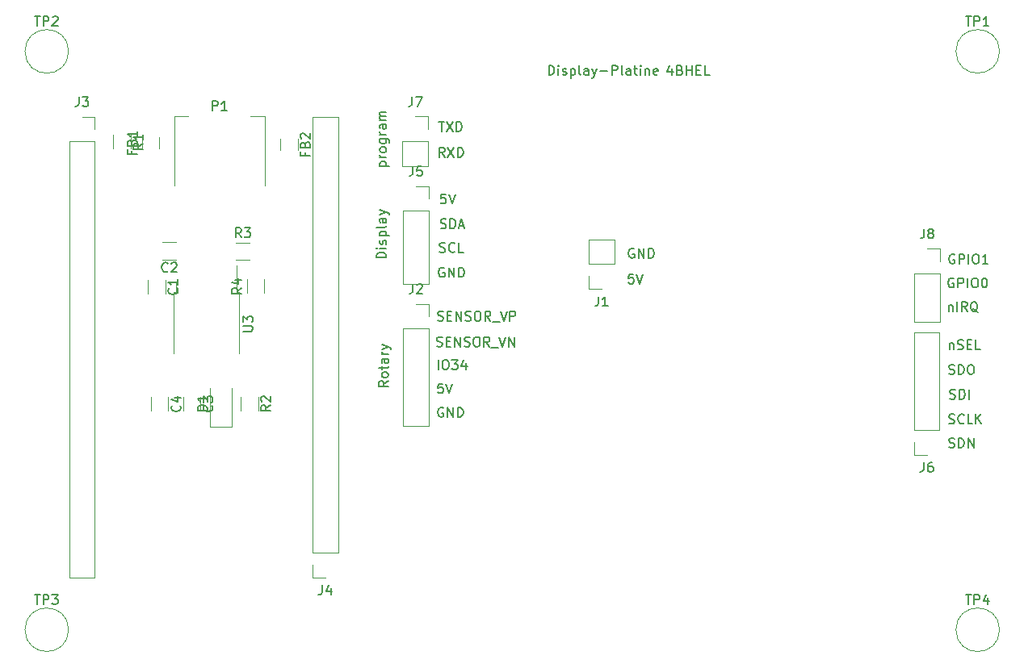
<source format=gbr>
%TF.GenerationSoftware,KiCad,Pcbnew,(7.0.0)*%
%TF.CreationDate,2023-04-14T14:15:59+02:00*%
%TF.ProjectId,display-brain-final,64697370-6c61-4792-9d62-7261696e2d66,rev?*%
%TF.SameCoordinates,Original*%
%TF.FileFunction,Legend,Top*%
%TF.FilePolarity,Positive*%
%FSLAX46Y46*%
G04 Gerber Fmt 4.6, Leading zero omitted, Abs format (unit mm)*
G04 Created by KiCad (PCBNEW (7.0.0)) date 2023-04-14 14:15:59*
%MOMM*%
%LPD*%
G01*
G04 APERTURE LIST*
%ADD10C,0.150000*%
%ADD11C,0.120000*%
G04 APERTURE END LIST*
D10*
X171214285Y-67282380D02*
X170738095Y-67282380D01*
X170738095Y-67282380D02*
X170690476Y-67758571D01*
X170690476Y-67758571D02*
X170738095Y-67710952D01*
X170738095Y-67710952D02*
X170833333Y-67663333D01*
X170833333Y-67663333D02*
X171071428Y-67663333D01*
X171071428Y-67663333D02*
X171166666Y-67710952D01*
X171166666Y-67710952D02*
X171214285Y-67758571D01*
X171214285Y-67758571D02*
X171261904Y-67853809D01*
X171261904Y-67853809D02*
X171261904Y-68091904D01*
X171261904Y-68091904D02*
X171214285Y-68187142D01*
X171214285Y-68187142D02*
X171166666Y-68234761D01*
X171166666Y-68234761D02*
X171071428Y-68282380D01*
X171071428Y-68282380D02*
X170833333Y-68282380D01*
X170833333Y-68282380D02*
X170738095Y-68234761D01*
X170738095Y-68234761D02*
X170690476Y-68187142D01*
X171547619Y-67282380D02*
X171880952Y-68282380D01*
X171880952Y-68282380D02*
X172214285Y-67282380D01*
X223938095Y-78915714D02*
X223938095Y-79582380D01*
X223938095Y-79010952D02*
X223985714Y-78963333D01*
X223985714Y-78963333D02*
X224080952Y-78915714D01*
X224080952Y-78915714D02*
X224223809Y-78915714D01*
X224223809Y-78915714D02*
X224319047Y-78963333D01*
X224319047Y-78963333D02*
X224366666Y-79058571D01*
X224366666Y-79058571D02*
X224366666Y-79582380D01*
X224842857Y-79582380D02*
X224842857Y-78582380D01*
X225890475Y-79582380D02*
X225557142Y-79106190D01*
X225319047Y-79582380D02*
X225319047Y-78582380D01*
X225319047Y-78582380D02*
X225699999Y-78582380D01*
X225699999Y-78582380D02*
X225795237Y-78630000D01*
X225795237Y-78630000D02*
X225842856Y-78677619D01*
X225842856Y-78677619D02*
X225890475Y-78772857D01*
X225890475Y-78772857D02*
X225890475Y-78915714D01*
X225890475Y-78915714D02*
X225842856Y-79010952D01*
X225842856Y-79010952D02*
X225795237Y-79058571D01*
X225795237Y-79058571D02*
X225699999Y-79106190D01*
X225699999Y-79106190D02*
X225319047Y-79106190D01*
X226985713Y-79677619D02*
X226890475Y-79630000D01*
X226890475Y-79630000D02*
X226795237Y-79534761D01*
X226795237Y-79534761D02*
X226652380Y-79391904D01*
X226652380Y-79391904D02*
X226557142Y-79344285D01*
X226557142Y-79344285D02*
X226461904Y-79344285D01*
X226509523Y-79582380D02*
X226414285Y-79534761D01*
X226414285Y-79534761D02*
X226319047Y-79439523D01*
X226319047Y-79439523D02*
X226271428Y-79249047D01*
X226271428Y-79249047D02*
X226271428Y-78915714D01*
X226271428Y-78915714D02*
X226319047Y-78725238D01*
X226319047Y-78725238D02*
X226414285Y-78630000D01*
X226414285Y-78630000D02*
X226509523Y-78582380D01*
X226509523Y-78582380D02*
X226699999Y-78582380D01*
X226699999Y-78582380D02*
X226795237Y-78630000D01*
X226795237Y-78630000D02*
X226890475Y-78725238D01*
X226890475Y-78725238D02*
X226938094Y-78915714D01*
X226938094Y-78915714D02*
X226938094Y-79249047D01*
X226938094Y-79249047D02*
X226890475Y-79439523D01*
X226890475Y-79439523D02*
X226795237Y-79534761D01*
X226795237Y-79534761D02*
X226699999Y-79582380D01*
X226699999Y-79582380D02*
X226509523Y-79582380D01*
X164315714Y-64361904D02*
X165315714Y-64361904D01*
X164363333Y-64361904D02*
X164315714Y-64266666D01*
X164315714Y-64266666D02*
X164315714Y-64076190D01*
X164315714Y-64076190D02*
X164363333Y-63980952D01*
X164363333Y-63980952D02*
X164410952Y-63933333D01*
X164410952Y-63933333D02*
X164506190Y-63885714D01*
X164506190Y-63885714D02*
X164791904Y-63885714D01*
X164791904Y-63885714D02*
X164887142Y-63933333D01*
X164887142Y-63933333D02*
X164934761Y-63980952D01*
X164934761Y-63980952D02*
X164982380Y-64076190D01*
X164982380Y-64076190D02*
X164982380Y-64266666D01*
X164982380Y-64266666D02*
X164934761Y-64361904D01*
X164982380Y-63457142D02*
X164315714Y-63457142D01*
X164506190Y-63457142D02*
X164410952Y-63409523D01*
X164410952Y-63409523D02*
X164363333Y-63361904D01*
X164363333Y-63361904D02*
X164315714Y-63266666D01*
X164315714Y-63266666D02*
X164315714Y-63171428D01*
X164982380Y-62695237D02*
X164934761Y-62790475D01*
X164934761Y-62790475D02*
X164887142Y-62838094D01*
X164887142Y-62838094D02*
X164791904Y-62885713D01*
X164791904Y-62885713D02*
X164506190Y-62885713D01*
X164506190Y-62885713D02*
X164410952Y-62838094D01*
X164410952Y-62838094D02*
X164363333Y-62790475D01*
X164363333Y-62790475D02*
X164315714Y-62695237D01*
X164315714Y-62695237D02*
X164315714Y-62552380D01*
X164315714Y-62552380D02*
X164363333Y-62457142D01*
X164363333Y-62457142D02*
X164410952Y-62409523D01*
X164410952Y-62409523D02*
X164506190Y-62361904D01*
X164506190Y-62361904D02*
X164791904Y-62361904D01*
X164791904Y-62361904D02*
X164887142Y-62409523D01*
X164887142Y-62409523D02*
X164934761Y-62457142D01*
X164934761Y-62457142D02*
X164982380Y-62552380D01*
X164982380Y-62552380D02*
X164982380Y-62695237D01*
X164315714Y-61504761D02*
X165125238Y-61504761D01*
X165125238Y-61504761D02*
X165220476Y-61552380D01*
X165220476Y-61552380D02*
X165268095Y-61599999D01*
X165268095Y-61599999D02*
X165315714Y-61695237D01*
X165315714Y-61695237D02*
X165315714Y-61838094D01*
X165315714Y-61838094D02*
X165268095Y-61933332D01*
X164934761Y-61504761D02*
X164982380Y-61599999D01*
X164982380Y-61599999D02*
X164982380Y-61790475D01*
X164982380Y-61790475D02*
X164934761Y-61885713D01*
X164934761Y-61885713D02*
X164887142Y-61933332D01*
X164887142Y-61933332D02*
X164791904Y-61980951D01*
X164791904Y-61980951D02*
X164506190Y-61980951D01*
X164506190Y-61980951D02*
X164410952Y-61933332D01*
X164410952Y-61933332D02*
X164363333Y-61885713D01*
X164363333Y-61885713D02*
X164315714Y-61790475D01*
X164315714Y-61790475D02*
X164315714Y-61599999D01*
X164315714Y-61599999D02*
X164363333Y-61504761D01*
X164982380Y-61028570D02*
X164315714Y-61028570D01*
X164506190Y-61028570D02*
X164410952Y-60980951D01*
X164410952Y-60980951D02*
X164363333Y-60933332D01*
X164363333Y-60933332D02*
X164315714Y-60838094D01*
X164315714Y-60838094D02*
X164315714Y-60742856D01*
X164982380Y-59980951D02*
X164458571Y-59980951D01*
X164458571Y-59980951D02*
X164363333Y-60028570D01*
X164363333Y-60028570D02*
X164315714Y-60123808D01*
X164315714Y-60123808D02*
X164315714Y-60314284D01*
X164315714Y-60314284D02*
X164363333Y-60409522D01*
X164934761Y-59980951D02*
X164982380Y-60076189D01*
X164982380Y-60076189D02*
X164982380Y-60314284D01*
X164982380Y-60314284D02*
X164934761Y-60409522D01*
X164934761Y-60409522D02*
X164839523Y-60457141D01*
X164839523Y-60457141D02*
X164744285Y-60457141D01*
X164744285Y-60457141D02*
X164649047Y-60409522D01*
X164649047Y-60409522D02*
X164601428Y-60314284D01*
X164601428Y-60314284D02*
X164601428Y-60076189D01*
X164601428Y-60076189D02*
X164553809Y-59980951D01*
X164982380Y-59504760D02*
X164315714Y-59504760D01*
X164410952Y-59504760D02*
X164363333Y-59457141D01*
X164363333Y-59457141D02*
X164315714Y-59361903D01*
X164315714Y-59361903D02*
X164315714Y-59219046D01*
X164315714Y-59219046D02*
X164363333Y-59123808D01*
X164363333Y-59123808D02*
X164458571Y-59076189D01*
X164458571Y-59076189D02*
X164982380Y-59076189D01*
X164458571Y-59076189D02*
X164363333Y-59028570D01*
X164363333Y-59028570D02*
X164315714Y-58933332D01*
X164315714Y-58933332D02*
X164315714Y-58790475D01*
X164315714Y-58790475D02*
X164363333Y-58695236D01*
X164363333Y-58695236D02*
X164458571Y-58647617D01*
X164458571Y-58647617D02*
X164982380Y-58647617D01*
X190914285Y-75682380D02*
X190438095Y-75682380D01*
X190438095Y-75682380D02*
X190390476Y-76158571D01*
X190390476Y-76158571D02*
X190438095Y-76110952D01*
X190438095Y-76110952D02*
X190533333Y-76063333D01*
X190533333Y-76063333D02*
X190771428Y-76063333D01*
X190771428Y-76063333D02*
X190866666Y-76110952D01*
X190866666Y-76110952D02*
X190914285Y-76158571D01*
X190914285Y-76158571D02*
X190961904Y-76253809D01*
X190961904Y-76253809D02*
X190961904Y-76491904D01*
X190961904Y-76491904D02*
X190914285Y-76587142D01*
X190914285Y-76587142D02*
X190866666Y-76634761D01*
X190866666Y-76634761D02*
X190771428Y-76682380D01*
X190771428Y-76682380D02*
X190533333Y-76682380D01*
X190533333Y-76682380D02*
X190438095Y-76634761D01*
X190438095Y-76634761D02*
X190390476Y-76587142D01*
X191247619Y-75682380D02*
X191580952Y-76682380D01*
X191580952Y-76682380D02*
X191914285Y-75682380D01*
X170590476Y-73334761D02*
X170733333Y-73382380D01*
X170733333Y-73382380D02*
X170971428Y-73382380D01*
X170971428Y-73382380D02*
X171066666Y-73334761D01*
X171066666Y-73334761D02*
X171114285Y-73287142D01*
X171114285Y-73287142D02*
X171161904Y-73191904D01*
X171161904Y-73191904D02*
X171161904Y-73096666D01*
X171161904Y-73096666D02*
X171114285Y-73001428D01*
X171114285Y-73001428D02*
X171066666Y-72953809D01*
X171066666Y-72953809D02*
X170971428Y-72906190D01*
X170971428Y-72906190D02*
X170780952Y-72858571D01*
X170780952Y-72858571D02*
X170685714Y-72810952D01*
X170685714Y-72810952D02*
X170638095Y-72763333D01*
X170638095Y-72763333D02*
X170590476Y-72668095D01*
X170590476Y-72668095D02*
X170590476Y-72572857D01*
X170590476Y-72572857D02*
X170638095Y-72477619D01*
X170638095Y-72477619D02*
X170685714Y-72430000D01*
X170685714Y-72430000D02*
X170780952Y-72382380D01*
X170780952Y-72382380D02*
X171019047Y-72382380D01*
X171019047Y-72382380D02*
X171161904Y-72430000D01*
X172161904Y-73287142D02*
X172114285Y-73334761D01*
X172114285Y-73334761D02*
X171971428Y-73382380D01*
X171971428Y-73382380D02*
X171876190Y-73382380D01*
X171876190Y-73382380D02*
X171733333Y-73334761D01*
X171733333Y-73334761D02*
X171638095Y-73239523D01*
X171638095Y-73239523D02*
X171590476Y-73144285D01*
X171590476Y-73144285D02*
X171542857Y-72953809D01*
X171542857Y-72953809D02*
X171542857Y-72810952D01*
X171542857Y-72810952D02*
X171590476Y-72620476D01*
X171590476Y-72620476D02*
X171638095Y-72525238D01*
X171638095Y-72525238D02*
X171733333Y-72430000D01*
X171733333Y-72430000D02*
X171876190Y-72382380D01*
X171876190Y-72382380D02*
X171971428Y-72382380D01*
X171971428Y-72382380D02*
X172114285Y-72430000D01*
X172114285Y-72430000D02*
X172161904Y-72477619D01*
X173066666Y-73382380D02*
X172590476Y-73382380D01*
X172590476Y-73382380D02*
X172590476Y-72382380D01*
X164982380Y-73961904D02*
X163982380Y-73961904D01*
X163982380Y-73961904D02*
X163982380Y-73723809D01*
X163982380Y-73723809D02*
X164030000Y-73580952D01*
X164030000Y-73580952D02*
X164125238Y-73485714D01*
X164125238Y-73485714D02*
X164220476Y-73438095D01*
X164220476Y-73438095D02*
X164410952Y-73390476D01*
X164410952Y-73390476D02*
X164553809Y-73390476D01*
X164553809Y-73390476D02*
X164744285Y-73438095D01*
X164744285Y-73438095D02*
X164839523Y-73485714D01*
X164839523Y-73485714D02*
X164934761Y-73580952D01*
X164934761Y-73580952D02*
X164982380Y-73723809D01*
X164982380Y-73723809D02*
X164982380Y-73961904D01*
X164982380Y-72961904D02*
X164315714Y-72961904D01*
X163982380Y-72961904D02*
X164030000Y-73009523D01*
X164030000Y-73009523D02*
X164077619Y-72961904D01*
X164077619Y-72961904D02*
X164030000Y-72914285D01*
X164030000Y-72914285D02*
X163982380Y-72961904D01*
X163982380Y-72961904D02*
X164077619Y-72961904D01*
X164934761Y-72533333D02*
X164982380Y-72438095D01*
X164982380Y-72438095D02*
X164982380Y-72247619D01*
X164982380Y-72247619D02*
X164934761Y-72152381D01*
X164934761Y-72152381D02*
X164839523Y-72104762D01*
X164839523Y-72104762D02*
X164791904Y-72104762D01*
X164791904Y-72104762D02*
X164696666Y-72152381D01*
X164696666Y-72152381D02*
X164649047Y-72247619D01*
X164649047Y-72247619D02*
X164649047Y-72390476D01*
X164649047Y-72390476D02*
X164601428Y-72485714D01*
X164601428Y-72485714D02*
X164506190Y-72533333D01*
X164506190Y-72533333D02*
X164458571Y-72533333D01*
X164458571Y-72533333D02*
X164363333Y-72485714D01*
X164363333Y-72485714D02*
X164315714Y-72390476D01*
X164315714Y-72390476D02*
X164315714Y-72247619D01*
X164315714Y-72247619D02*
X164363333Y-72152381D01*
X164315714Y-71676190D02*
X165315714Y-71676190D01*
X164363333Y-71676190D02*
X164315714Y-71580952D01*
X164315714Y-71580952D02*
X164315714Y-71390476D01*
X164315714Y-71390476D02*
X164363333Y-71295238D01*
X164363333Y-71295238D02*
X164410952Y-71247619D01*
X164410952Y-71247619D02*
X164506190Y-71200000D01*
X164506190Y-71200000D02*
X164791904Y-71200000D01*
X164791904Y-71200000D02*
X164887142Y-71247619D01*
X164887142Y-71247619D02*
X164934761Y-71295238D01*
X164934761Y-71295238D02*
X164982380Y-71390476D01*
X164982380Y-71390476D02*
X164982380Y-71580952D01*
X164982380Y-71580952D02*
X164934761Y-71676190D01*
X164982380Y-70628571D02*
X164934761Y-70723809D01*
X164934761Y-70723809D02*
X164839523Y-70771428D01*
X164839523Y-70771428D02*
X163982380Y-70771428D01*
X164982380Y-69819047D02*
X164458571Y-69819047D01*
X164458571Y-69819047D02*
X164363333Y-69866666D01*
X164363333Y-69866666D02*
X164315714Y-69961904D01*
X164315714Y-69961904D02*
X164315714Y-70152380D01*
X164315714Y-70152380D02*
X164363333Y-70247618D01*
X164934761Y-69819047D02*
X164982380Y-69914285D01*
X164982380Y-69914285D02*
X164982380Y-70152380D01*
X164982380Y-70152380D02*
X164934761Y-70247618D01*
X164934761Y-70247618D02*
X164839523Y-70295237D01*
X164839523Y-70295237D02*
X164744285Y-70295237D01*
X164744285Y-70295237D02*
X164649047Y-70247618D01*
X164649047Y-70247618D02*
X164601428Y-70152380D01*
X164601428Y-70152380D02*
X164601428Y-69914285D01*
X164601428Y-69914285D02*
X164553809Y-69819047D01*
X164315714Y-69438094D02*
X164982380Y-69199999D01*
X164315714Y-68961904D02*
X164982380Y-69199999D01*
X164982380Y-69199999D02*
X165220476Y-69295237D01*
X165220476Y-69295237D02*
X165268095Y-69342856D01*
X165268095Y-69342856D02*
X165315714Y-69438094D01*
X224561904Y-73630000D02*
X224466666Y-73582380D01*
X224466666Y-73582380D02*
X224323809Y-73582380D01*
X224323809Y-73582380D02*
X224180952Y-73630000D01*
X224180952Y-73630000D02*
X224085714Y-73725238D01*
X224085714Y-73725238D02*
X224038095Y-73820476D01*
X224038095Y-73820476D02*
X223990476Y-74010952D01*
X223990476Y-74010952D02*
X223990476Y-74153809D01*
X223990476Y-74153809D02*
X224038095Y-74344285D01*
X224038095Y-74344285D02*
X224085714Y-74439523D01*
X224085714Y-74439523D02*
X224180952Y-74534761D01*
X224180952Y-74534761D02*
X224323809Y-74582380D01*
X224323809Y-74582380D02*
X224419047Y-74582380D01*
X224419047Y-74582380D02*
X224561904Y-74534761D01*
X224561904Y-74534761D02*
X224609523Y-74487142D01*
X224609523Y-74487142D02*
X224609523Y-74153809D01*
X224609523Y-74153809D02*
X224419047Y-74153809D01*
X225038095Y-74582380D02*
X225038095Y-73582380D01*
X225038095Y-73582380D02*
X225419047Y-73582380D01*
X225419047Y-73582380D02*
X225514285Y-73630000D01*
X225514285Y-73630000D02*
X225561904Y-73677619D01*
X225561904Y-73677619D02*
X225609523Y-73772857D01*
X225609523Y-73772857D02*
X225609523Y-73915714D01*
X225609523Y-73915714D02*
X225561904Y-74010952D01*
X225561904Y-74010952D02*
X225514285Y-74058571D01*
X225514285Y-74058571D02*
X225419047Y-74106190D01*
X225419047Y-74106190D02*
X225038095Y-74106190D01*
X226038095Y-74582380D02*
X226038095Y-73582380D01*
X226704761Y-73582380D02*
X226895237Y-73582380D01*
X226895237Y-73582380D02*
X226990475Y-73630000D01*
X226990475Y-73630000D02*
X227085713Y-73725238D01*
X227085713Y-73725238D02*
X227133332Y-73915714D01*
X227133332Y-73915714D02*
X227133332Y-74249047D01*
X227133332Y-74249047D02*
X227085713Y-74439523D01*
X227085713Y-74439523D02*
X226990475Y-74534761D01*
X226990475Y-74534761D02*
X226895237Y-74582380D01*
X226895237Y-74582380D02*
X226704761Y-74582380D01*
X226704761Y-74582380D02*
X226609523Y-74534761D01*
X226609523Y-74534761D02*
X226514285Y-74439523D01*
X226514285Y-74439523D02*
X226466666Y-74249047D01*
X226466666Y-74249047D02*
X226466666Y-73915714D01*
X226466666Y-73915714D02*
X226514285Y-73725238D01*
X226514285Y-73725238D02*
X226609523Y-73630000D01*
X226609523Y-73630000D02*
X226704761Y-73582380D01*
X228085713Y-74582380D02*
X227514285Y-74582380D01*
X227799999Y-74582380D02*
X227799999Y-73582380D01*
X227799999Y-73582380D02*
X227704761Y-73725238D01*
X227704761Y-73725238D02*
X227609523Y-73820476D01*
X227609523Y-73820476D02*
X227514285Y-73868095D01*
X171109523Y-63382380D02*
X170776190Y-62906190D01*
X170538095Y-63382380D02*
X170538095Y-62382380D01*
X170538095Y-62382380D02*
X170919047Y-62382380D01*
X170919047Y-62382380D02*
X171014285Y-62430000D01*
X171014285Y-62430000D02*
X171061904Y-62477619D01*
X171061904Y-62477619D02*
X171109523Y-62572857D01*
X171109523Y-62572857D02*
X171109523Y-62715714D01*
X171109523Y-62715714D02*
X171061904Y-62810952D01*
X171061904Y-62810952D02*
X171014285Y-62858571D01*
X171014285Y-62858571D02*
X170919047Y-62906190D01*
X170919047Y-62906190D02*
X170538095Y-62906190D01*
X171442857Y-62382380D02*
X172109523Y-63382380D01*
X172109523Y-62382380D02*
X171442857Y-63382380D01*
X172490476Y-63382380D02*
X172490476Y-62382380D01*
X172490476Y-62382380D02*
X172728571Y-62382380D01*
X172728571Y-62382380D02*
X172871428Y-62430000D01*
X172871428Y-62430000D02*
X172966666Y-62525238D01*
X172966666Y-62525238D02*
X173014285Y-62620476D01*
X173014285Y-62620476D02*
X173061904Y-62810952D01*
X173061904Y-62810952D02*
X173061904Y-62953809D01*
X173061904Y-62953809D02*
X173014285Y-63144285D01*
X173014285Y-63144285D02*
X172966666Y-63239523D01*
X172966666Y-63239523D02*
X172871428Y-63334761D01*
X172871428Y-63334761D02*
X172728571Y-63382380D01*
X172728571Y-63382380D02*
X172490476Y-63382380D01*
X224461904Y-76130000D02*
X224366666Y-76082380D01*
X224366666Y-76082380D02*
X224223809Y-76082380D01*
X224223809Y-76082380D02*
X224080952Y-76130000D01*
X224080952Y-76130000D02*
X223985714Y-76225238D01*
X223985714Y-76225238D02*
X223938095Y-76320476D01*
X223938095Y-76320476D02*
X223890476Y-76510952D01*
X223890476Y-76510952D02*
X223890476Y-76653809D01*
X223890476Y-76653809D02*
X223938095Y-76844285D01*
X223938095Y-76844285D02*
X223985714Y-76939523D01*
X223985714Y-76939523D02*
X224080952Y-77034761D01*
X224080952Y-77034761D02*
X224223809Y-77082380D01*
X224223809Y-77082380D02*
X224319047Y-77082380D01*
X224319047Y-77082380D02*
X224461904Y-77034761D01*
X224461904Y-77034761D02*
X224509523Y-76987142D01*
X224509523Y-76987142D02*
X224509523Y-76653809D01*
X224509523Y-76653809D02*
X224319047Y-76653809D01*
X224938095Y-77082380D02*
X224938095Y-76082380D01*
X224938095Y-76082380D02*
X225319047Y-76082380D01*
X225319047Y-76082380D02*
X225414285Y-76130000D01*
X225414285Y-76130000D02*
X225461904Y-76177619D01*
X225461904Y-76177619D02*
X225509523Y-76272857D01*
X225509523Y-76272857D02*
X225509523Y-76415714D01*
X225509523Y-76415714D02*
X225461904Y-76510952D01*
X225461904Y-76510952D02*
X225414285Y-76558571D01*
X225414285Y-76558571D02*
X225319047Y-76606190D01*
X225319047Y-76606190D02*
X224938095Y-76606190D01*
X225938095Y-77082380D02*
X225938095Y-76082380D01*
X226604761Y-76082380D02*
X226795237Y-76082380D01*
X226795237Y-76082380D02*
X226890475Y-76130000D01*
X226890475Y-76130000D02*
X226985713Y-76225238D01*
X226985713Y-76225238D02*
X227033332Y-76415714D01*
X227033332Y-76415714D02*
X227033332Y-76749047D01*
X227033332Y-76749047D02*
X226985713Y-76939523D01*
X226985713Y-76939523D02*
X226890475Y-77034761D01*
X226890475Y-77034761D02*
X226795237Y-77082380D01*
X226795237Y-77082380D02*
X226604761Y-77082380D01*
X226604761Y-77082380D02*
X226509523Y-77034761D01*
X226509523Y-77034761D02*
X226414285Y-76939523D01*
X226414285Y-76939523D02*
X226366666Y-76749047D01*
X226366666Y-76749047D02*
X226366666Y-76415714D01*
X226366666Y-76415714D02*
X226414285Y-76225238D01*
X226414285Y-76225238D02*
X226509523Y-76130000D01*
X226509523Y-76130000D02*
X226604761Y-76082380D01*
X227652380Y-76082380D02*
X227747618Y-76082380D01*
X227747618Y-76082380D02*
X227842856Y-76130000D01*
X227842856Y-76130000D02*
X227890475Y-76177619D01*
X227890475Y-76177619D02*
X227938094Y-76272857D01*
X227938094Y-76272857D02*
X227985713Y-76463333D01*
X227985713Y-76463333D02*
X227985713Y-76701428D01*
X227985713Y-76701428D02*
X227938094Y-76891904D01*
X227938094Y-76891904D02*
X227890475Y-76987142D01*
X227890475Y-76987142D02*
X227842856Y-77034761D01*
X227842856Y-77034761D02*
X227747618Y-77082380D01*
X227747618Y-77082380D02*
X227652380Y-77082380D01*
X227652380Y-77082380D02*
X227557142Y-77034761D01*
X227557142Y-77034761D02*
X227509523Y-76987142D01*
X227509523Y-76987142D02*
X227461904Y-76891904D01*
X227461904Y-76891904D02*
X227414285Y-76701428D01*
X227414285Y-76701428D02*
X227414285Y-76463333D01*
X227414285Y-76463333D02*
X227461904Y-76272857D01*
X227461904Y-76272857D02*
X227509523Y-76177619D01*
X227509523Y-76177619D02*
X227557142Y-76130000D01*
X227557142Y-76130000D02*
X227652380Y-76082380D01*
X170914285Y-87182380D02*
X170438095Y-87182380D01*
X170438095Y-87182380D02*
X170390476Y-87658571D01*
X170390476Y-87658571D02*
X170438095Y-87610952D01*
X170438095Y-87610952D02*
X170533333Y-87563333D01*
X170533333Y-87563333D02*
X170771428Y-87563333D01*
X170771428Y-87563333D02*
X170866666Y-87610952D01*
X170866666Y-87610952D02*
X170914285Y-87658571D01*
X170914285Y-87658571D02*
X170961904Y-87753809D01*
X170961904Y-87753809D02*
X170961904Y-87991904D01*
X170961904Y-87991904D02*
X170914285Y-88087142D01*
X170914285Y-88087142D02*
X170866666Y-88134761D01*
X170866666Y-88134761D02*
X170771428Y-88182380D01*
X170771428Y-88182380D02*
X170533333Y-88182380D01*
X170533333Y-88182380D02*
X170438095Y-88134761D01*
X170438095Y-88134761D02*
X170390476Y-88087142D01*
X171247619Y-87182380D02*
X171580952Y-88182380D01*
X171580952Y-88182380D02*
X171914285Y-87182380D01*
X190961904Y-73030000D02*
X190866666Y-72982380D01*
X190866666Y-72982380D02*
X190723809Y-72982380D01*
X190723809Y-72982380D02*
X190580952Y-73030000D01*
X190580952Y-73030000D02*
X190485714Y-73125238D01*
X190485714Y-73125238D02*
X190438095Y-73220476D01*
X190438095Y-73220476D02*
X190390476Y-73410952D01*
X190390476Y-73410952D02*
X190390476Y-73553809D01*
X190390476Y-73553809D02*
X190438095Y-73744285D01*
X190438095Y-73744285D02*
X190485714Y-73839523D01*
X190485714Y-73839523D02*
X190580952Y-73934761D01*
X190580952Y-73934761D02*
X190723809Y-73982380D01*
X190723809Y-73982380D02*
X190819047Y-73982380D01*
X190819047Y-73982380D02*
X190961904Y-73934761D01*
X190961904Y-73934761D02*
X191009523Y-73887142D01*
X191009523Y-73887142D02*
X191009523Y-73553809D01*
X191009523Y-73553809D02*
X190819047Y-73553809D01*
X191438095Y-73982380D02*
X191438095Y-72982380D01*
X191438095Y-72982380D02*
X192009523Y-73982380D01*
X192009523Y-73982380D02*
X192009523Y-72982380D01*
X192485714Y-73982380D02*
X192485714Y-72982380D01*
X192485714Y-72982380D02*
X192723809Y-72982380D01*
X192723809Y-72982380D02*
X192866666Y-73030000D01*
X192866666Y-73030000D02*
X192961904Y-73125238D01*
X192961904Y-73125238D02*
X193009523Y-73220476D01*
X193009523Y-73220476D02*
X193057142Y-73410952D01*
X193057142Y-73410952D02*
X193057142Y-73553809D01*
X193057142Y-73553809D02*
X193009523Y-73744285D01*
X193009523Y-73744285D02*
X192961904Y-73839523D01*
X192961904Y-73839523D02*
X192866666Y-73934761D01*
X192866666Y-73934761D02*
X192723809Y-73982380D01*
X192723809Y-73982380D02*
X192485714Y-73982380D01*
X170390476Y-80534761D02*
X170533333Y-80582380D01*
X170533333Y-80582380D02*
X170771428Y-80582380D01*
X170771428Y-80582380D02*
X170866666Y-80534761D01*
X170866666Y-80534761D02*
X170914285Y-80487142D01*
X170914285Y-80487142D02*
X170961904Y-80391904D01*
X170961904Y-80391904D02*
X170961904Y-80296666D01*
X170961904Y-80296666D02*
X170914285Y-80201428D01*
X170914285Y-80201428D02*
X170866666Y-80153809D01*
X170866666Y-80153809D02*
X170771428Y-80106190D01*
X170771428Y-80106190D02*
X170580952Y-80058571D01*
X170580952Y-80058571D02*
X170485714Y-80010952D01*
X170485714Y-80010952D02*
X170438095Y-79963333D01*
X170438095Y-79963333D02*
X170390476Y-79868095D01*
X170390476Y-79868095D02*
X170390476Y-79772857D01*
X170390476Y-79772857D02*
X170438095Y-79677619D01*
X170438095Y-79677619D02*
X170485714Y-79630000D01*
X170485714Y-79630000D02*
X170580952Y-79582380D01*
X170580952Y-79582380D02*
X170819047Y-79582380D01*
X170819047Y-79582380D02*
X170961904Y-79630000D01*
X171390476Y-80058571D02*
X171723809Y-80058571D01*
X171866666Y-80582380D02*
X171390476Y-80582380D01*
X171390476Y-80582380D02*
X171390476Y-79582380D01*
X171390476Y-79582380D02*
X171866666Y-79582380D01*
X172295238Y-80582380D02*
X172295238Y-79582380D01*
X172295238Y-79582380D02*
X172866666Y-80582380D01*
X172866666Y-80582380D02*
X172866666Y-79582380D01*
X173295238Y-80534761D02*
X173438095Y-80582380D01*
X173438095Y-80582380D02*
X173676190Y-80582380D01*
X173676190Y-80582380D02*
X173771428Y-80534761D01*
X173771428Y-80534761D02*
X173819047Y-80487142D01*
X173819047Y-80487142D02*
X173866666Y-80391904D01*
X173866666Y-80391904D02*
X173866666Y-80296666D01*
X173866666Y-80296666D02*
X173819047Y-80201428D01*
X173819047Y-80201428D02*
X173771428Y-80153809D01*
X173771428Y-80153809D02*
X173676190Y-80106190D01*
X173676190Y-80106190D02*
X173485714Y-80058571D01*
X173485714Y-80058571D02*
X173390476Y-80010952D01*
X173390476Y-80010952D02*
X173342857Y-79963333D01*
X173342857Y-79963333D02*
X173295238Y-79868095D01*
X173295238Y-79868095D02*
X173295238Y-79772857D01*
X173295238Y-79772857D02*
X173342857Y-79677619D01*
X173342857Y-79677619D02*
X173390476Y-79630000D01*
X173390476Y-79630000D02*
X173485714Y-79582380D01*
X173485714Y-79582380D02*
X173723809Y-79582380D01*
X173723809Y-79582380D02*
X173866666Y-79630000D01*
X174485714Y-79582380D02*
X174676190Y-79582380D01*
X174676190Y-79582380D02*
X174771428Y-79630000D01*
X174771428Y-79630000D02*
X174866666Y-79725238D01*
X174866666Y-79725238D02*
X174914285Y-79915714D01*
X174914285Y-79915714D02*
X174914285Y-80249047D01*
X174914285Y-80249047D02*
X174866666Y-80439523D01*
X174866666Y-80439523D02*
X174771428Y-80534761D01*
X174771428Y-80534761D02*
X174676190Y-80582380D01*
X174676190Y-80582380D02*
X174485714Y-80582380D01*
X174485714Y-80582380D02*
X174390476Y-80534761D01*
X174390476Y-80534761D02*
X174295238Y-80439523D01*
X174295238Y-80439523D02*
X174247619Y-80249047D01*
X174247619Y-80249047D02*
X174247619Y-79915714D01*
X174247619Y-79915714D02*
X174295238Y-79725238D01*
X174295238Y-79725238D02*
X174390476Y-79630000D01*
X174390476Y-79630000D02*
X174485714Y-79582380D01*
X175914285Y-80582380D02*
X175580952Y-80106190D01*
X175342857Y-80582380D02*
X175342857Y-79582380D01*
X175342857Y-79582380D02*
X175723809Y-79582380D01*
X175723809Y-79582380D02*
X175819047Y-79630000D01*
X175819047Y-79630000D02*
X175866666Y-79677619D01*
X175866666Y-79677619D02*
X175914285Y-79772857D01*
X175914285Y-79772857D02*
X175914285Y-79915714D01*
X175914285Y-79915714D02*
X175866666Y-80010952D01*
X175866666Y-80010952D02*
X175819047Y-80058571D01*
X175819047Y-80058571D02*
X175723809Y-80106190D01*
X175723809Y-80106190D02*
X175342857Y-80106190D01*
X176104762Y-80677619D02*
X176866666Y-80677619D01*
X176961905Y-79582380D02*
X177295238Y-80582380D01*
X177295238Y-80582380D02*
X177628571Y-79582380D01*
X177961905Y-80582380D02*
X177961905Y-79582380D01*
X177961905Y-79582380D02*
X178342857Y-79582380D01*
X178342857Y-79582380D02*
X178438095Y-79630000D01*
X178438095Y-79630000D02*
X178485714Y-79677619D01*
X178485714Y-79677619D02*
X178533333Y-79772857D01*
X178533333Y-79772857D02*
X178533333Y-79915714D01*
X178533333Y-79915714D02*
X178485714Y-80010952D01*
X178485714Y-80010952D02*
X178438095Y-80058571D01*
X178438095Y-80058571D02*
X178342857Y-80106190D01*
X178342857Y-80106190D02*
X177961905Y-80106190D01*
X223990476Y-93834761D02*
X224133333Y-93882380D01*
X224133333Y-93882380D02*
X224371428Y-93882380D01*
X224371428Y-93882380D02*
X224466666Y-93834761D01*
X224466666Y-93834761D02*
X224514285Y-93787142D01*
X224514285Y-93787142D02*
X224561904Y-93691904D01*
X224561904Y-93691904D02*
X224561904Y-93596666D01*
X224561904Y-93596666D02*
X224514285Y-93501428D01*
X224514285Y-93501428D02*
X224466666Y-93453809D01*
X224466666Y-93453809D02*
X224371428Y-93406190D01*
X224371428Y-93406190D02*
X224180952Y-93358571D01*
X224180952Y-93358571D02*
X224085714Y-93310952D01*
X224085714Y-93310952D02*
X224038095Y-93263333D01*
X224038095Y-93263333D02*
X223990476Y-93168095D01*
X223990476Y-93168095D02*
X223990476Y-93072857D01*
X223990476Y-93072857D02*
X224038095Y-92977619D01*
X224038095Y-92977619D02*
X224085714Y-92930000D01*
X224085714Y-92930000D02*
X224180952Y-92882380D01*
X224180952Y-92882380D02*
X224419047Y-92882380D01*
X224419047Y-92882380D02*
X224561904Y-92930000D01*
X224990476Y-93882380D02*
X224990476Y-92882380D01*
X224990476Y-92882380D02*
X225228571Y-92882380D01*
X225228571Y-92882380D02*
X225371428Y-92930000D01*
X225371428Y-92930000D02*
X225466666Y-93025238D01*
X225466666Y-93025238D02*
X225514285Y-93120476D01*
X225514285Y-93120476D02*
X225561904Y-93310952D01*
X225561904Y-93310952D02*
X225561904Y-93453809D01*
X225561904Y-93453809D02*
X225514285Y-93644285D01*
X225514285Y-93644285D02*
X225466666Y-93739523D01*
X225466666Y-93739523D02*
X225371428Y-93834761D01*
X225371428Y-93834761D02*
X225228571Y-93882380D01*
X225228571Y-93882380D02*
X224990476Y-93882380D01*
X225990476Y-93882380D02*
X225990476Y-92882380D01*
X225990476Y-92882380D02*
X226561904Y-93882380D01*
X226561904Y-93882380D02*
X226561904Y-92882380D01*
X224038095Y-82915714D02*
X224038095Y-83582380D01*
X224038095Y-83010952D02*
X224085714Y-82963333D01*
X224085714Y-82963333D02*
X224180952Y-82915714D01*
X224180952Y-82915714D02*
X224323809Y-82915714D01*
X224323809Y-82915714D02*
X224419047Y-82963333D01*
X224419047Y-82963333D02*
X224466666Y-83058571D01*
X224466666Y-83058571D02*
X224466666Y-83582380D01*
X224895238Y-83534761D02*
X225038095Y-83582380D01*
X225038095Y-83582380D02*
X225276190Y-83582380D01*
X225276190Y-83582380D02*
X225371428Y-83534761D01*
X225371428Y-83534761D02*
X225419047Y-83487142D01*
X225419047Y-83487142D02*
X225466666Y-83391904D01*
X225466666Y-83391904D02*
X225466666Y-83296666D01*
X225466666Y-83296666D02*
X225419047Y-83201428D01*
X225419047Y-83201428D02*
X225371428Y-83153809D01*
X225371428Y-83153809D02*
X225276190Y-83106190D01*
X225276190Y-83106190D02*
X225085714Y-83058571D01*
X225085714Y-83058571D02*
X224990476Y-83010952D01*
X224990476Y-83010952D02*
X224942857Y-82963333D01*
X224942857Y-82963333D02*
X224895238Y-82868095D01*
X224895238Y-82868095D02*
X224895238Y-82772857D01*
X224895238Y-82772857D02*
X224942857Y-82677619D01*
X224942857Y-82677619D02*
X224990476Y-82630000D01*
X224990476Y-82630000D02*
X225085714Y-82582380D01*
X225085714Y-82582380D02*
X225323809Y-82582380D01*
X225323809Y-82582380D02*
X225466666Y-82630000D01*
X225895238Y-83058571D02*
X226228571Y-83058571D01*
X226371428Y-83582380D02*
X225895238Y-83582380D01*
X225895238Y-83582380D02*
X225895238Y-82582380D01*
X225895238Y-82582380D02*
X226371428Y-82582380D01*
X227276190Y-83582380D02*
X226800000Y-83582380D01*
X226800000Y-83582380D02*
X226800000Y-82582380D01*
X170690476Y-70834761D02*
X170833333Y-70882380D01*
X170833333Y-70882380D02*
X171071428Y-70882380D01*
X171071428Y-70882380D02*
X171166666Y-70834761D01*
X171166666Y-70834761D02*
X171214285Y-70787142D01*
X171214285Y-70787142D02*
X171261904Y-70691904D01*
X171261904Y-70691904D02*
X171261904Y-70596666D01*
X171261904Y-70596666D02*
X171214285Y-70501428D01*
X171214285Y-70501428D02*
X171166666Y-70453809D01*
X171166666Y-70453809D02*
X171071428Y-70406190D01*
X171071428Y-70406190D02*
X170880952Y-70358571D01*
X170880952Y-70358571D02*
X170785714Y-70310952D01*
X170785714Y-70310952D02*
X170738095Y-70263333D01*
X170738095Y-70263333D02*
X170690476Y-70168095D01*
X170690476Y-70168095D02*
X170690476Y-70072857D01*
X170690476Y-70072857D02*
X170738095Y-69977619D01*
X170738095Y-69977619D02*
X170785714Y-69930000D01*
X170785714Y-69930000D02*
X170880952Y-69882380D01*
X170880952Y-69882380D02*
X171119047Y-69882380D01*
X171119047Y-69882380D02*
X171261904Y-69930000D01*
X171690476Y-70882380D02*
X171690476Y-69882380D01*
X171690476Y-69882380D02*
X171928571Y-69882380D01*
X171928571Y-69882380D02*
X172071428Y-69930000D01*
X172071428Y-69930000D02*
X172166666Y-70025238D01*
X172166666Y-70025238D02*
X172214285Y-70120476D01*
X172214285Y-70120476D02*
X172261904Y-70310952D01*
X172261904Y-70310952D02*
X172261904Y-70453809D01*
X172261904Y-70453809D02*
X172214285Y-70644285D01*
X172214285Y-70644285D02*
X172166666Y-70739523D01*
X172166666Y-70739523D02*
X172071428Y-70834761D01*
X172071428Y-70834761D02*
X171928571Y-70882380D01*
X171928571Y-70882380D02*
X171690476Y-70882380D01*
X172642857Y-70596666D02*
X173119047Y-70596666D01*
X172547619Y-70882380D02*
X172880952Y-69882380D01*
X172880952Y-69882380D02*
X173214285Y-70882380D01*
X170961904Y-89730000D02*
X170866666Y-89682380D01*
X170866666Y-89682380D02*
X170723809Y-89682380D01*
X170723809Y-89682380D02*
X170580952Y-89730000D01*
X170580952Y-89730000D02*
X170485714Y-89825238D01*
X170485714Y-89825238D02*
X170438095Y-89920476D01*
X170438095Y-89920476D02*
X170390476Y-90110952D01*
X170390476Y-90110952D02*
X170390476Y-90253809D01*
X170390476Y-90253809D02*
X170438095Y-90444285D01*
X170438095Y-90444285D02*
X170485714Y-90539523D01*
X170485714Y-90539523D02*
X170580952Y-90634761D01*
X170580952Y-90634761D02*
X170723809Y-90682380D01*
X170723809Y-90682380D02*
X170819047Y-90682380D01*
X170819047Y-90682380D02*
X170961904Y-90634761D01*
X170961904Y-90634761D02*
X171009523Y-90587142D01*
X171009523Y-90587142D02*
X171009523Y-90253809D01*
X171009523Y-90253809D02*
X170819047Y-90253809D01*
X171438095Y-90682380D02*
X171438095Y-89682380D01*
X171438095Y-89682380D02*
X172009523Y-90682380D01*
X172009523Y-90682380D02*
X172009523Y-89682380D01*
X172485714Y-90682380D02*
X172485714Y-89682380D01*
X172485714Y-89682380D02*
X172723809Y-89682380D01*
X172723809Y-89682380D02*
X172866666Y-89730000D01*
X172866666Y-89730000D02*
X172961904Y-89825238D01*
X172961904Y-89825238D02*
X173009523Y-89920476D01*
X173009523Y-89920476D02*
X173057142Y-90110952D01*
X173057142Y-90110952D02*
X173057142Y-90253809D01*
X173057142Y-90253809D02*
X173009523Y-90444285D01*
X173009523Y-90444285D02*
X172961904Y-90539523D01*
X172961904Y-90539523D02*
X172866666Y-90634761D01*
X172866666Y-90634761D02*
X172723809Y-90682380D01*
X172723809Y-90682380D02*
X172485714Y-90682380D01*
X223990476Y-86134761D02*
X224133333Y-86182380D01*
X224133333Y-86182380D02*
X224371428Y-86182380D01*
X224371428Y-86182380D02*
X224466666Y-86134761D01*
X224466666Y-86134761D02*
X224514285Y-86087142D01*
X224514285Y-86087142D02*
X224561904Y-85991904D01*
X224561904Y-85991904D02*
X224561904Y-85896666D01*
X224561904Y-85896666D02*
X224514285Y-85801428D01*
X224514285Y-85801428D02*
X224466666Y-85753809D01*
X224466666Y-85753809D02*
X224371428Y-85706190D01*
X224371428Y-85706190D02*
X224180952Y-85658571D01*
X224180952Y-85658571D02*
X224085714Y-85610952D01*
X224085714Y-85610952D02*
X224038095Y-85563333D01*
X224038095Y-85563333D02*
X223990476Y-85468095D01*
X223990476Y-85468095D02*
X223990476Y-85372857D01*
X223990476Y-85372857D02*
X224038095Y-85277619D01*
X224038095Y-85277619D02*
X224085714Y-85230000D01*
X224085714Y-85230000D02*
X224180952Y-85182380D01*
X224180952Y-85182380D02*
X224419047Y-85182380D01*
X224419047Y-85182380D02*
X224561904Y-85230000D01*
X224990476Y-86182380D02*
X224990476Y-85182380D01*
X224990476Y-85182380D02*
X225228571Y-85182380D01*
X225228571Y-85182380D02*
X225371428Y-85230000D01*
X225371428Y-85230000D02*
X225466666Y-85325238D01*
X225466666Y-85325238D02*
X225514285Y-85420476D01*
X225514285Y-85420476D02*
X225561904Y-85610952D01*
X225561904Y-85610952D02*
X225561904Y-85753809D01*
X225561904Y-85753809D02*
X225514285Y-85944285D01*
X225514285Y-85944285D02*
X225466666Y-86039523D01*
X225466666Y-86039523D02*
X225371428Y-86134761D01*
X225371428Y-86134761D02*
X225228571Y-86182380D01*
X225228571Y-86182380D02*
X224990476Y-86182380D01*
X226180952Y-85182380D02*
X226371428Y-85182380D01*
X226371428Y-85182380D02*
X226466666Y-85230000D01*
X226466666Y-85230000D02*
X226561904Y-85325238D01*
X226561904Y-85325238D02*
X226609523Y-85515714D01*
X226609523Y-85515714D02*
X226609523Y-85849047D01*
X226609523Y-85849047D02*
X226561904Y-86039523D01*
X226561904Y-86039523D02*
X226466666Y-86134761D01*
X226466666Y-86134761D02*
X226371428Y-86182380D01*
X226371428Y-86182380D02*
X226180952Y-86182380D01*
X226180952Y-86182380D02*
X226085714Y-86134761D01*
X226085714Y-86134761D02*
X225990476Y-86039523D01*
X225990476Y-86039523D02*
X225942857Y-85849047D01*
X225942857Y-85849047D02*
X225942857Y-85515714D01*
X225942857Y-85515714D02*
X225990476Y-85325238D01*
X225990476Y-85325238D02*
X226085714Y-85230000D01*
X226085714Y-85230000D02*
X226180952Y-85182380D01*
X170290476Y-83234761D02*
X170433333Y-83282380D01*
X170433333Y-83282380D02*
X170671428Y-83282380D01*
X170671428Y-83282380D02*
X170766666Y-83234761D01*
X170766666Y-83234761D02*
X170814285Y-83187142D01*
X170814285Y-83187142D02*
X170861904Y-83091904D01*
X170861904Y-83091904D02*
X170861904Y-82996666D01*
X170861904Y-82996666D02*
X170814285Y-82901428D01*
X170814285Y-82901428D02*
X170766666Y-82853809D01*
X170766666Y-82853809D02*
X170671428Y-82806190D01*
X170671428Y-82806190D02*
X170480952Y-82758571D01*
X170480952Y-82758571D02*
X170385714Y-82710952D01*
X170385714Y-82710952D02*
X170338095Y-82663333D01*
X170338095Y-82663333D02*
X170290476Y-82568095D01*
X170290476Y-82568095D02*
X170290476Y-82472857D01*
X170290476Y-82472857D02*
X170338095Y-82377619D01*
X170338095Y-82377619D02*
X170385714Y-82330000D01*
X170385714Y-82330000D02*
X170480952Y-82282380D01*
X170480952Y-82282380D02*
X170719047Y-82282380D01*
X170719047Y-82282380D02*
X170861904Y-82330000D01*
X171290476Y-82758571D02*
X171623809Y-82758571D01*
X171766666Y-83282380D02*
X171290476Y-83282380D01*
X171290476Y-83282380D02*
X171290476Y-82282380D01*
X171290476Y-82282380D02*
X171766666Y-82282380D01*
X172195238Y-83282380D02*
X172195238Y-82282380D01*
X172195238Y-82282380D02*
X172766666Y-83282380D01*
X172766666Y-83282380D02*
X172766666Y-82282380D01*
X173195238Y-83234761D02*
X173338095Y-83282380D01*
X173338095Y-83282380D02*
X173576190Y-83282380D01*
X173576190Y-83282380D02*
X173671428Y-83234761D01*
X173671428Y-83234761D02*
X173719047Y-83187142D01*
X173719047Y-83187142D02*
X173766666Y-83091904D01*
X173766666Y-83091904D02*
X173766666Y-82996666D01*
X173766666Y-82996666D02*
X173719047Y-82901428D01*
X173719047Y-82901428D02*
X173671428Y-82853809D01*
X173671428Y-82853809D02*
X173576190Y-82806190D01*
X173576190Y-82806190D02*
X173385714Y-82758571D01*
X173385714Y-82758571D02*
X173290476Y-82710952D01*
X173290476Y-82710952D02*
X173242857Y-82663333D01*
X173242857Y-82663333D02*
X173195238Y-82568095D01*
X173195238Y-82568095D02*
X173195238Y-82472857D01*
X173195238Y-82472857D02*
X173242857Y-82377619D01*
X173242857Y-82377619D02*
X173290476Y-82330000D01*
X173290476Y-82330000D02*
X173385714Y-82282380D01*
X173385714Y-82282380D02*
X173623809Y-82282380D01*
X173623809Y-82282380D02*
X173766666Y-82330000D01*
X174385714Y-82282380D02*
X174576190Y-82282380D01*
X174576190Y-82282380D02*
X174671428Y-82330000D01*
X174671428Y-82330000D02*
X174766666Y-82425238D01*
X174766666Y-82425238D02*
X174814285Y-82615714D01*
X174814285Y-82615714D02*
X174814285Y-82949047D01*
X174814285Y-82949047D02*
X174766666Y-83139523D01*
X174766666Y-83139523D02*
X174671428Y-83234761D01*
X174671428Y-83234761D02*
X174576190Y-83282380D01*
X174576190Y-83282380D02*
X174385714Y-83282380D01*
X174385714Y-83282380D02*
X174290476Y-83234761D01*
X174290476Y-83234761D02*
X174195238Y-83139523D01*
X174195238Y-83139523D02*
X174147619Y-82949047D01*
X174147619Y-82949047D02*
X174147619Y-82615714D01*
X174147619Y-82615714D02*
X174195238Y-82425238D01*
X174195238Y-82425238D02*
X174290476Y-82330000D01*
X174290476Y-82330000D02*
X174385714Y-82282380D01*
X175814285Y-83282380D02*
X175480952Y-82806190D01*
X175242857Y-83282380D02*
X175242857Y-82282380D01*
X175242857Y-82282380D02*
X175623809Y-82282380D01*
X175623809Y-82282380D02*
X175719047Y-82330000D01*
X175719047Y-82330000D02*
X175766666Y-82377619D01*
X175766666Y-82377619D02*
X175814285Y-82472857D01*
X175814285Y-82472857D02*
X175814285Y-82615714D01*
X175814285Y-82615714D02*
X175766666Y-82710952D01*
X175766666Y-82710952D02*
X175719047Y-82758571D01*
X175719047Y-82758571D02*
X175623809Y-82806190D01*
X175623809Y-82806190D02*
X175242857Y-82806190D01*
X176004762Y-83377619D02*
X176766666Y-83377619D01*
X176861905Y-82282380D02*
X177195238Y-83282380D01*
X177195238Y-83282380D02*
X177528571Y-82282380D01*
X177861905Y-83282380D02*
X177861905Y-82282380D01*
X177861905Y-82282380D02*
X178433333Y-83282380D01*
X178433333Y-83282380D02*
X178433333Y-82282380D01*
X223990476Y-91334761D02*
X224133333Y-91382380D01*
X224133333Y-91382380D02*
X224371428Y-91382380D01*
X224371428Y-91382380D02*
X224466666Y-91334761D01*
X224466666Y-91334761D02*
X224514285Y-91287142D01*
X224514285Y-91287142D02*
X224561904Y-91191904D01*
X224561904Y-91191904D02*
X224561904Y-91096666D01*
X224561904Y-91096666D02*
X224514285Y-91001428D01*
X224514285Y-91001428D02*
X224466666Y-90953809D01*
X224466666Y-90953809D02*
X224371428Y-90906190D01*
X224371428Y-90906190D02*
X224180952Y-90858571D01*
X224180952Y-90858571D02*
X224085714Y-90810952D01*
X224085714Y-90810952D02*
X224038095Y-90763333D01*
X224038095Y-90763333D02*
X223990476Y-90668095D01*
X223990476Y-90668095D02*
X223990476Y-90572857D01*
X223990476Y-90572857D02*
X224038095Y-90477619D01*
X224038095Y-90477619D02*
X224085714Y-90430000D01*
X224085714Y-90430000D02*
X224180952Y-90382380D01*
X224180952Y-90382380D02*
X224419047Y-90382380D01*
X224419047Y-90382380D02*
X224561904Y-90430000D01*
X225561904Y-91287142D02*
X225514285Y-91334761D01*
X225514285Y-91334761D02*
X225371428Y-91382380D01*
X225371428Y-91382380D02*
X225276190Y-91382380D01*
X225276190Y-91382380D02*
X225133333Y-91334761D01*
X225133333Y-91334761D02*
X225038095Y-91239523D01*
X225038095Y-91239523D02*
X224990476Y-91144285D01*
X224990476Y-91144285D02*
X224942857Y-90953809D01*
X224942857Y-90953809D02*
X224942857Y-90810952D01*
X224942857Y-90810952D02*
X224990476Y-90620476D01*
X224990476Y-90620476D02*
X225038095Y-90525238D01*
X225038095Y-90525238D02*
X225133333Y-90430000D01*
X225133333Y-90430000D02*
X225276190Y-90382380D01*
X225276190Y-90382380D02*
X225371428Y-90382380D01*
X225371428Y-90382380D02*
X225514285Y-90430000D01*
X225514285Y-90430000D02*
X225561904Y-90477619D01*
X226466666Y-91382380D02*
X225990476Y-91382380D01*
X225990476Y-91382380D02*
X225990476Y-90382380D01*
X226800000Y-91382380D02*
X226800000Y-90382380D01*
X227371428Y-91382380D02*
X226942857Y-90810952D01*
X227371428Y-90382380D02*
X226800000Y-90953809D01*
X182038095Y-54782380D02*
X182038095Y-53782380D01*
X182038095Y-53782380D02*
X182276190Y-53782380D01*
X182276190Y-53782380D02*
X182419047Y-53830000D01*
X182419047Y-53830000D02*
X182514285Y-53925238D01*
X182514285Y-53925238D02*
X182561904Y-54020476D01*
X182561904Y-54020476D02*
X182609523Y-54210952D01*
X182609523Y-54210952D02*
X182609523Y-54353809D01*
X182609523Y-54353809D02*
X182561904Y-54544285D01*
X182561904Y-54544285D02*
X182514285Y-54639523D01*
X182514285Y-54639523D02*
X182419047Y-54734761D01*
X182419047Y-54734761D02*
X182276190Y-54782380D01*
X182276190Y-54782380D02*
X182038095Y-54782380D01*
X183038095Y-54782380D02*
X183038095Y-54115714D01*
X183038095Y-53782380D02*
X182990476Y-53830000D01*
X182990476Y-53830000D02*
X183038095Y-53877619D01*
X183038095Y-53877619D02*
X183085714Y-53830000D01*
X183085714Y-53830000D02*
X183038095Y-53782380D01*
X183038095Y-53782380D02*
X183038095Y-53877619D01*
X183466666Y-54734761D02*
X183561904Y-54782380D01*
X183561904Y-54782380D02*
X183752380Y-54782380D01*
X183752380Y-54782380D02*
X183847618Y-54734761D01*
X183847618Y-54734761D02*
X183895237Y-54639523D01*
X183895237Y-54639523D02*
X183895237Y-54591904D01*
X183895237Y-54591904D02*
X183847618Y-54496666D01*
X183847618Y-54496666D02*
X183752380Y-54449047D01*
X183752380Y-54449047D02*
X183609523Y-54449047D01*
X183609523Y-54449047D02*
X183514285Y-54401428D01*
X183514285Y-54401428D02*
X183466666Y-54306190D01*
X183466666Y-54306190D02*
X183466666Y-54258571D01*
X183466666Y-54258571D02*
X183514285Y-54163333D01*
X183514285Y-54163333D02*
X183609523Y-54115714D01*
X183609523Y-54115714D02*
X183752380Y-54115714D01*
X183752380Y-54115714D02*
X183847618Y-54163333D01*
X184323809Y-54115714D02*
X184323809Y-55115714D01*
X184323809Y-54163333D02*
X184419047Y-54115714D01*
X184419047Y-54115714D02*
X184609523Y-54115714D01*
X184609523Y-54115714D02*
X184704761Y-54163333D01*
X184704761Y-54163333D02*
X184752380Y-54210952D01*
X184752380Y-54210952D02*
X184799999Y-54306190D01*
X184799999Y-54306190D02*
X184799999Y-54591904D01*
X184799999Y-54591904D02*
X184752380Y-54687142D01*
X184752380Y-54687142D02*
X184704761Y-54734761D01*
X184704761Y-54734761D02*
X184609523Y-54782380D01*
X184609523Y-54782380D02*
X184419047Y-54782380D01*
X184419047Y-54782380D02*
X184323809Y-54734761D01*
X185371428Y-54782380D02*
X185276190Y-54734761D01*
X185276190Y-54734761D02*
X185228571Y-54639523D01*
X185228571Y-54639523D02*
X185228571Y-53782380D01*
X186180952Y-54782380D02*
X186180952Y-54258571D01*
X186180952Y-54258571D02*
X186133333Y-54163333D01*
X186133333Y-54163333D02*
X186038095Y-54115714D01*
X186038095Y-54115714D02*
X185847619Y-54115714D01*
X185847619Y-54115714D02*
X185752381Y-54163333D01*
X186180952Y-54734761D02*
X186085714Y-54782380D01*
X186085714Y-54782380D02*
X185847619Y-54782380D01*
X185847619Y-54782380D02*
X185752381Y-54734761D01*
X185752381Y-54734761D02*
X185704762Y-54639523D01*
X185704762Y-54639523D02*
X185704762Y-54544285D01*
X185704762Y-54544285D02*
X185752381Y-54449047D01*
X185752381Y-54449047D02*
X185847619Y-54401428D01*
X185847619Y-54401428D02*
X186085714Y-54401428D01*
X186085714Y-54401428D02*
X186180952Y-54353809D01*
X186561905Y-54115714D02*
X186800000Y-54782380D01*
X187038095Y-54115714D02*
X186800000Y-54782380D01*
X186800000Y-54782380D02*
X186704762Y-55020476D01*
X186704762Y-55020476D02*
X186657143Y-55068095D01*
X186657143Y-55068095D02*
X186561905Y-55115714D01*
X187419048Y-54401428D02*
X188180953Y-54401428D01*
X188657143Y-54782380D02*
X188657143Y-53782380D01*
X188657143Y-53782380D02*
X189038095Y-53782380D01*
X189038095Y-53782380D02*
X189133333Y-53830000D01*
X189133333Y-53830000D02*
X189180952Y-53877619D01*
X189180952Y-53877619D02*
X189228571Y-53972857D01*
X189228571Y-53972857D02*
X189228571Y-54115714D01*
X189228571Y-54115714D02*
X189180952Y-54210952D01*
X189180952Y-54210952D02*
X189133333Y-54258571D01*
X189133333Y-54258571D02*
X189038095Y-54306190D01*
X189038095Y-54306190D02*
X188657143Y-54306190D01*
X189800000Y-54782380D02*
X189704762Y-54734761D01*
X189704762Y-54734761D02*
X189657143Y-54639523D01*
X189657143Y-54639523D02*
X189657143Y-53782380D01*
X190609524Y-54782380D02*
X190609524Y-54258571D01*
X190609524Y-54258571D02*
X190561905Y-54163333D01*
X190561905Y-54163333D02*
X190466667Y-54115714D01*
X190466667Y-54115714D02*
X190276191Y-54115714D01*
X190276191Y-54115714D02*
X190180953Y-54163333D01*
X190609524Y-54734761D02*
X190514286Y-54782380D01*
X190514286Y-54782380D02*
X190276191Y-54782380D01*
X190276191Y-54782380D02*
X190180953Y-54734761D01*
X190180953Y-54734761D02*
X190133334Y-54639523D01*
X190133334Y-54639523D02*
X190133334Y-54544285D01*
X190133334Y-54544285D02*
X190180953Y-54449047D01*
X190180953Y-54449047D02*
X190276191Y-54401428D01*
X190276191Y-54401428D02*
X190514286Y-54401428D01*
X190514286Y-54401428D02*
X190609524Y-54353809D01*
X190942858Y-54115714D02*
X191323810Y-54115714D01*
X191085715Y-53782380D02*
X191085715Y-54639523D01*
X191085715Y-54639523D02*
X191133334Y-54734761D01*
X191133334Y-54734761D02*
X191228572Y-54782380D01*
X191228572Y-54782380D02*
X191323810Y-54782380D01*
X191657144Y-54782380D02*
X191657144Y-54115714D01*
X191657144Y-53782380D02*
X191609525Y-53830000D01*
X191609525Y-53830000D02*
X191657144Y-53877619D01*
X191657144Y-53877619D02*
X191704763Y-53830000D01*
X191704763Y-53830000D02*
X191657144Y-53782380D01*
X191657144Y-53782380D02*
X191657144Y-53877619D01*
X192133334Y-54115714D02*
X192133334Y-54782380D01*
X192133334Y-54210952D02*
X192180953Y-54163333D01*
X192180953Y-54163333D02*
X192276191Y-54115714D01*
X192276191Y-54115714D02*
X192419048Y-54115714D01*
X192419048Y-54115714D02*
X192514286Y-54163333D01*
X192514286Y-54163333D02*
X192561905Y-54258571D01*
X192561905Y-54258571D02*
X192561905Y-54782380D01*
X193419048Y-54734761D02*
X193323810Y-54782380D01*
X193323810Y-54782380D02*
X193133334Y-54782380D01*
X193133334Y-54782380D02*
X193038096Y-54734761D01*
X193038096Y-54734761D02*
X192990477Y-54639523D01*
X192990477Y-54639523D02*
X192990477Y-54258571D01*
X192990477Y-54258571D02*
X193038096Y-54163333D01*
X193038096Y-54163333D02*
X193133334Y-54115714D01*
X193133334Y-54115714D02*
X193323810Y-54115714D01*
X193323810Y-54115714D02*
X193419048Y-54163333D01*
X193419048Y-54163333D02*
X193466667Y-54258571D01*
X193466667Y-54258571D02*
X193466667Y-54353809D01*
X193466667Y-54353809D02*
X192990477Y-54449047D01*
X194923810Y-54115714D02*
X194923810Y-54782380D01*
X194685715Y-53734761D02*
X194447620Y-54449047D01*
X194447620Y-54449047D02*
X195066667Y-54449047D01*
X195780953Y-54258571D02*
X195923810Y-54306190D01*
X195923810Y-54306190D02*
X195971429Y-54353809D01*
X195971429Y-54353809D02*
X196019048Y-54449047D01*
X196019048Y-54449047D02*
X196019048Y-54591904D01*
X196019048Y-54591904D02*
X195971429Y-54687142D01*
X195971429Y-54687142D02*
X195923810Y-54734761D01*
X195923810Y-54734761D02*
X195828572Y-54782380D01*
X195828572Y-54782380D02*
X195447620Y-54782380D01*
X195447620Y-54782380D02*
X195447620Y-53782380D01*
X195447620Y-53782380D02*
X195780953Y-53782380D01*
X195780953Y-53782380D02*
X195876191Y-53830000D01*
X195876191Y-53830000D02*
X195923810Y-53877619D01*
X195923810Y-53877619D02*
X195971429Y-53972857D01*
X195971429Y-53972857D02*
X195971429Y-54068095D01*
X195971429Y-54068095D02*
X195923810Y-54163333D01*
X195923810Y-54163333D02*
X195876191Y-54210952D01*
X195876191Y-54210952D02*
X195780953Y-54258571D01*
X195780953Y-54258571D02*
X195447620Y-54258571D01*
X196447620Y-54782380D02*
X196447620Y-53782380D01*
X196447620Y-54258571D02*
X197019048Y-54258571D01*
X197019048Y-54782380D02*
X197019048Y-53782380D01*
X197495239Y-54258571D02*
X197828572Y-54258571D01*
X197971429Y-54782380D02*
X197495239Y-54782380D01*
X197495239Y-54782380D02*
X197495239Y-53782380D01*
X197495239Y-53782380D02*
X197971429Y-53782380D01*
X198876191Y-54782380D02*
X198400001Y-54782380D01*
X198400001Y-54782380D02*
X198400001Y-53782380D01*
X170438095Y-85682380D02*
X170438095Y-84682380D01*
X171104761Y-84682380D02*
X171295237Y-84682380D01*
X171295237Y-84682380D02*
X171390475Y-84730000D01*
X171390475Y-84730000D02*
X171485713Y-84825238D01*
X171485713Y-84825238D02*
X171533332Y-85015714D01*
X171533332Y-85015714D02*
X171533332Y-85349047D01*
X171533332Y-85349047D02*
X171485713Y-85539523D01*
X171485713Y-85539523D02*
X171390475Y-85634761D01*
X171390475Y-85634761D02*
X171295237Y-85682380D01*
X171295237Y-85682380D02*
X171104761Y-85682380D01*
X171104761Y-85682380D02*
X171009523Y-85634761D01*
X171009523Y-85634761D02*
X170914285Y-85539523D01*
X170914285Y-85539523D02*
X170866666Y-85349047D01*
X170866666Y-85349047D02*
X170866666Y-85015714D01*
X170866666Y-85015714D02*
X170914285Y-84825238D01*
X170914285Y-84825238D02*
X171009523Y-84730000D01*
X171009523Y-84730000D02*
X171104761Y-84682380D01*
X171866666Y-84682380D02*
X172485713Y-84682380D01*
X172485713Y-84682380D02*
X172152380Y-85063333D01*
X172152380Y-85063333D02*
X172295237Y-85063333D01*
X172295237Y-85063333D02*
X172390475Y-85110952D01*
X172390475Y-85110952D02*
X172438094Y-85158571D01*
X172438094Y-85158571D02*
X172485713Y-85253809D01*
X172485713Y-85253809D02*
X172485713Y-85491904D01*
X172485713Y-85491904D02*
X172438094Y-85587142D01*
X172438094Y-85587142D02*
X172390475Y-85634761D01*
X172390475Y-85634761D02*
X172295237Y-85682380D01*
X172295237Y-85682380D02*
X172009523Y-85682380D01*
X172009523Y-85682380D02*
X171914285Y-85634761D01*
X171914285Y-85634761D02*
X171866666Y-85587142D01*
X173342856Y-85015714D02*
X173342856Y-85682380D01*
X173104761Y-84634761D02*
X172866666Y-85349047D01*
X172866666Y-85349047D02*
X173485713Y-85349047D01*
X171061904Y-75030000D02*
X170966666Y-74982380D01*
X170966666Y-74982380D02*
X170823809Y-74982380D01*
X170823809Y-74982380D02*
X170680952Y-75030000D01*
X170680952Y-75030000D02*
X170585714Y-75125238D01*
X170585714Y-75125238D02*
X170538095Y-75220476D01*
X170538095Y-75220476D02*
X170490476Y-75410952D01*
X170490476Y-75410952D02*
X170490476Y-75553809D01*
X170490476Y-75553809D02*
X170538095Y-75744285D01*
X170538095Y-75744285D02*
X170585714Y-75839523D01*
X170585714Y-75839523D02*
X170680952Y-75934761D01*
X170680952Y-75934761D02*
X170823809Y-75982380D01*
X170823809Y-75982380D02*
X170919047Y-75982380D01*
X170919047Y-75982380D02*
X171061904Y-75934761D01*
X171061904Y-75934761D02*
X171109523Y-75887142D01*
X171109523Y-75887142D02*
X171109523Y-75553809D01*
X171109523Y-75553809D02*
X170919047Y-75553809D01*
X171538095Y-75982380D02*
X171538095Y-74982380D01*
X171538095Y-74982380D02*
X172109523Y-75982380D01*
X172109523Y-75982380D02*
X172109523Y-74982380D01*
X172585714Y-75982380D02*
X172585714Y-74982380D01*
X172585714Y-74982380D02*
X172823809Y-74982380D01*
X172823809Y-74982380D02*
X172966666Y-75030000D01*
X172966666Y-75030000D02*
X173061904Y-75125238D01*
X173061904Y-75125238D02*
X173109523Y-75220476D01*
X173109523Y-75220476D02*
X173157142Y-75410952D01*
X173157142Y-75410952D02*
X173157142Y-75553809D01*
X173157142Y-75553809D02*
X173109523Y-75744285D01*
X173109523Y-75744285D02*
X173061904Y-75839523D01*
X173061904Y-75839523D02*
X172966666Y-75934761D01*
X172966666Y-75934761D02*
X172823809Y-75982380D01*
X172823809Y-75982380D02*
X172585714Y-75982380D01*
X224090476Y-88734761D02*
X224233333Y-88782380D01*
X224233333Y-88782380D02*
X224471428Y-88782380D01*
X224471428Y-88782380D02*
X224566666Y-88734761D01*
X224566666Y-88734761D02*
X224614285Y-88687142D01*
X224614285Y-88687142D02*
X224661904Y-88591904D01*
X224661904Y-88591904D02*
X224661904Y-88496666D01*
X224661904Y-88496666D02*
X224614285Y-88401428D01*
X224614285Y-88401428D02*
X224566666Y-88353809D01*
X224566666Y-88353809D02*
X224471428Y-88306190D01*
X224471428Y-88306190D02*
X224280952Y-88258571D01*
X224280952Y-88258571D02*
X224185714Y-88210952D01*
X224185714Y-88210952D02*
X224138095Y-88163333D01*
X224138095Y-88163333D02*
X224090476Y-88068095D01*
X224090476Y-88068095D02*
X224090476Y-87972857D01*
X224090476Y-87972857D02*
X224138095Y-87877619D01*
X224138095Y-87877619D02*
X224185714Y-87830000D01*
X224185714Y-87830000D02*
X224280952Y-87782380D01*
X224280952Y-87782380D02*
X224519047Y-87782380D01*
X224519047Y-87782380D02*
X224661904Y-87830000D01*
X225090476Y-88782380D02*
X225090476Y-87782380D01*
X225090476Y-87782380D02*
X225328571Y-87782380D01*
X225328571Y-87782380D02*
X225471428Y-87830000D01*
X225471428Y-87830000D02*
X225566666Y-87925238D01*
X225566666Y-87925238D02*
X225614285Y-88020476D01*
X225614285Y-88020476D02*
X225661904Y-88210952D01*
X225661904Y-88210952D02*
X225661904Y-88353809D01*
X225661904Y-88353809D02*
X225614285Y-88544285D01*
X225614285Y-88544285D02*
X225566666Y-88639523D01*
X225566666Y-88639523D02*
X225471428Y-88734761D01*
X225471428Y-88734761D02*
X225328571Y-88782380D01*
X225328571Y-88782380D02*
X225090476Y-88782380D01*
X226090476Y-88782380D02*
X226090476Y-87782380D01*
X170495238Y-59682380D02*
X171066666Y-59682380D01*
X170780952Y-60682380D02*
X170780952Y-59682380D01*
X171304762Y-59682380D02*
X171971428Y-60682380D01*
X171971428Y-59682380D02*
X171304762Y-60682380D01*
X172352381Y-60682380D02*
X172352381Y-59682380D01*
X172352381Y-59682380D02*
X172590476Y-59682380D01*
X172590476Y-59682380D02*
X172733333Y-59730000D01*
X172733333Y-59730000D02*
X172828571Y-59825238D01*
X172828571Y-59825238D02*
X172876190Y-59920476D01*
X172876190Y-59920476D02*
X172923809Y-60110952D01*
X172923809Y-60110952D02*
X172923809Y-60253809D01*
X172923809Y-60253809D02*
X172876190Y-60444285D01*
X172876190Y-60444285D02*
X172828571Y-60539523D01*
X172828571Y-60539523D02*
X172733333Y-60634761D01*
X172733333Y-60634761D02*
X172590476Y-60682380D01*
X172590476Y-60682380D02*
X172352381Y-60682380D01*
X165182380Y-86890476D02*
X164706190Y-87223809D01*
X165182380Y-87461904D02*
X164182380Y-87461904D01*
X164182380Y-87461904D02*
X164182380Y-87080952D01*
X164182380Y-87080952D02*
X164230000Y-86985714D01*
X164230000Y-86985714D02*
X164277619Y-86938095D01*
X164277619Y-86938095D02*
X164372857Y-86890476D01*
X164372857Y-86890476D02*
X164515714Y-86890476D01*
X164515714Y-86890476D02*
X164610952Y-86938095D01*
X164610952Y-86938095D02*
X164658571Y-86985714D01*
X164658571Y-86985714D02*
X164706190Y-87080952D01*
X164706190Y-87080952D02*
X164706190Y-87461904D01*
X165182380Y-86319047D02*
X165134761Y-86414285D01*
X165134761Y-86414285D02*
X165087142Y-86461904D01*
X165087142Y-86461904D02*
X164991904Y-86509523D01*
X164991904Y-86509523D02*
X164706190Y-86509523D01*
X164706190Y-86509523D02*
X164610952Y-86461904D01*
X164610952Y-86461904D02*
X164563333Y-86414285D01*
X164563333Y-86414285D02*
X164515714Y-86319047D01*
X164515714Y-86319047D02*
X164515714Y-86176190D01*
X164515714Y-86176190D02*
X164563333Y-86080952D01*
X164563333Y-86080952D02*
X164610952Y-86033333D01*
X164610952Y-86033333D02*
X164706190Y-85985714D01*
X164706190Y-85985714D02*
X164991904Y-85985714D01*
X164991904Y-85985714D02*
X165087142Y-86033333D01*
X165087142Y-86033333D02*
X165134761Y-86080952D01*
X165134761Y-86080952D02*
X165182380Y-86176190D01*
X165182380Y-86176190D02*
X165182380Y-86319047D01*
X164515714Y-85699999D02*
X164515714Y-85319047D01*
X164182380Y-85557142D02*
X165039523Y-85557142D01*
X165039523Y-85557142D02*
X165134761Y-85509523D01*
X165134761Y-85509523D02*
X165182380Y-85414285D01*
X165182380Y-85414285D02*
X165182380Y-85319047D01*
X165182380Y-84557142D02*
X164658571Y-84557142D01*
X164658571Y-84557142D02*
X164563333Y-84604761D01*
X164563333Y-84604761D02*
X164515714Y-84699999D01*
X164515714Y-84699999D02*
X164515714Y-84890475D01*
X164515714Y-84890475D02*
X164563333Y-84985713D01*
X165134761Y-84557142D02*
X165182380Y-84652380D01*
X165182380Y-84652380D02*
X165182380Y-84890475D01*
X165182380Y-84890475D02*
X165134761Y-84985713D01*
X165134761Y-84985713D02*
X165039523Y-85033332D01*
X165039523Y-85033332D02*
X164944285Y-85033332D01*
X164944285Y-85033332D02*
X164849047Y-84985713D01*
X164849047Y-84985713D02*
X164801428Y-84890475D01*
X164801428Y-84890475D02*
X164801428Y-84652380D01*
X164801428Y-84652380D02*
X164753809Y-84557142D01*
X165182380Y-84080951D02*
X164515714Y-84080951D01*
X164706190Y-84080951D02*
X164610952Y-84033332D01*
X164610952Y-84033332D02*
X164563333Y-83985713D01*
X164563333Y-83985713D02*
X164515714Y-83890475D01*
X164515714Y-83890475D02*
X164515714Y-83795237D01*
X164515714Y-83557141D02*
X165182380Y-83319046D01*
X164515714Y-83080951D02*
X165182380Y-83319046D01*
X165182380Y-83319046D02*
X165420476Y-83414284D01*
X165420476Y-83414284D02*
X165468095Y-83461903D01*
X165468095Y-83461903D02*
X165515714Y-83557141D01*
%TO.C,R2*%
X152862380Y-89436666D02*
X152386190Y-89769999D01*
X152862380Y-90008094D02*
X151862380Y-90008094D01*
X151862380Y-90008094D02*
X151862380Y-89627142D01*
X151862380Y-89627142D02*
X151910000Y-89531904D01*
X151910000Y-89531904D02*
X151957619Y-89484285D01*
X151957619Y-89484285D02*
X152052857Y-89436666D01*
X152052857Y-89436666D02*
X152195714Y-89436666D01*
X152195714Y-89436666D02*
X152290952Y-89484285D01*
X152290952Y-89484285D02*
X152338571Y-89531904D01*
X152338571Y-89531904D02*
X152386190Y-89627142D01*
X152386190Y-89627142D02*
X152386190Y-90008094D01*
X151957619Y-89055713D02*
X151910000Y-89008094D01*
X151910000Y-89008094D02*
X151862380Y-88912856D01*
X151862380Y-88912856D02*
X151862380Y-88674761D01*
X151862380Y-88674761D02*
X151910000Y-88579523D01*
X151910000Y-88579523D02*
X151957619Y-88531904D01*
X151957619Y-88531904D02*
X152052857Y-88484285D01*
X152052857Y-88484285D02*
X152148095Y-88484285D01*
X152148095Y-88484285D02*
X152290952Y-88531904D01*
X152290952Y-88531904D02*
X152862380Y-89103332D01*
X152862380Y-89103332D02*
X152862380Y-88484285D01*
%TO.C,TP2*%
X128138095Y-48619380D02*
X128709523Y-48619380D01*
X128423809Y-49619380D02*
X128423809Y-48619380D01*
X129042857Y-49619380D02*
X129042857Y-48619380D01*
X129042857Y-48619380D02*
X129423809Y-48619380D01*
X129423809Y-48619380D02*
X129519047Y-48667000D01*
X129519047Y-48667000D02*
X129566666Y-48714619D01*
X129566666Y-48714619D02*
X129614285Y-48809857D01*
X129614285Y-48809857D02*
X129614285Y-48952714D01*
X129614285Y-48952714D02*
X129566666Y-49047952D01*
X129566666Y-49047952D02*
X129519047Y-49095571D01*
X129519047Y-49095571D02*
X129423809Y-49143190D01*
X129423809Y-49143190D02*
X129042857Y-49143190D01*
X129995238Y-48714619D02*
X130042857Y-48667000D01*
X130042857Y-48667000D02*
X130138095Y-48619380D01*
X130138095Y-48619380D02*
X130376190Y-48619380D01*
X130376190Y-48619380D02*
X130471428Y-48667000D01*
X130471428Y-48667000D02*
X130519047Y-48714619D01*
X130519047Y-48714619D02*
X130566666Y-48809857D01*
X130566666Y-48809857D02*
X130566666Y-48905095D01*
X130566666Y-48905095D02*
X130519047Y-49047952D01*
X130519047Y-49047952D02*
X129947619Y-49619380D01*
X129947619Y-49619380D02*
X130566666Y-49619380D01*
%TO.C,R4*%
X149837380Y-77126666D02*
X149361190Y-77459999D01*
X149837380Y-77698094D02*
X148837380Y-77698094D01*
X148837380Y-77698094D02*
X148837380Y-77317142D01*
X148837380Y-77317142D02*
X148885000Y-77221904D01*
X148885000Y-77221904D02*
X148932619Y-77174285D01*
X148932619Y-77174285D02*
X149027857Y-77126666D01*
X149027857Y-77126666D02*
X149170714Y-77126666D01*
X149170714Y-77126666D02*
X149265952Y-77174285D01*
X149265952Y-77174285D02*
X149313571Y-77221904D01*
X149313571Y-77221904D02*
X149361190Y-77317142D01*
X149361190Y-77317142D02*
X149361190Y-77698094D01*
X149170714Y-76269523D02*
X149837380Y-76269523D01*
X148789761Y-76507618D02*
X149504047Y-76745713D01*
X149504047Y-76745713D02*
X149504047Y-76126666D01*
%TO.C,J3*%
X132766666Y-57077380D02*
X132766666Y-57791666D01*
X132766666Y-57791666D02*
X132719047Y-57934523D01*
X132719047Y-57934523D02*
X132623809Y-58029761D01*
X132623809Y-58029761D02*
X132480952Y-58077380D01*
X132480952Y-58077380D02*
X132385714Y-58077380D01*
X133147619Y-57077380D02*
X133766666Y-57077380D01*
X133766666Y-57077380D02*
X133433333Y-57458333D01*
X133433333Y-57458333D02*
X133576190Y-57458333D01*
X133576190Y-57458333D02*
X133671428Y-57505952D01*
X133671428Y-57505952D02*
X133719047Y-57553571D01*
X133719047Y-57553571D02*
X133766666Y-57648809D01*
X133766666Y-57648809D02*
X133766666Y-57886904D01*
X133766666Y-57886904D02*
X133719047Y-57982142D01*
X133719047Y-57982142D02*
X133671428Y-58029761D01*
X133671428Y-58029761D02*
X133576190Y-58077380D01*
X133576190Y-58077380D02*
X133290476Y-58077380D01*
X133290476Y-58077380D02*
X133195238Y-58029761D01*
X133195238Y-58029761D02*
X133147619Y-57982142D01*
%TO.C,R3*%
X149783333Y-71817380D02*
X149450000Y-71341190D01*
X149211905Y-71817380D02*
X149211905Y-70817380D01*
X149211905Y-70817380D02*
X149592857Y-70817380D01*
X149592857Y-70817380D02*
X149688095Y-70865000D01*
X149688095Y-70865000D02*
X149735714Y-70912619D01*
X149735714Y-70912619D02*
X149783333Y-71007857D01*
X149783333Y-71007857D02*
X149783333Y-71150714D01*
X149783333Y-71150714D02*
X149735714Y-71245952D01*
X149735714Y-71245952D02*
X149688095Y-71293571D01*
X149688095Y-71293571D02*
X149592857Y-71341190D01*
X149592857Y-71341190D02*
X149211905Y-71341190D01*
X150116667Y-70817380D02*
X150735714Y-70817380D01*
X150735714Y-70817380D02*
X150402381Y-71198333D01*
X150402381Y-71198333D02*
X150545238Y-71198333D01*
X150545238Y-71198333D02*
X150640476Y-71245952D01*
X150640476Y-71245952D02*
X150688095Y-71293571D01*
X150688095Y-71293571D02*
X150735714Y-71388809D01*
X150735714Y-71388809D02*
X150735714Y-71626904D01*
X150735714Y-71626904D02*
X150688095Y-71722142D01*
X150688095Y-71722142D02*
X150640476Y-71769761D01*
X150640476Y-71769761D02*
X150545238Y-71817380D01*
X150545238Y-71817380D02*
X150259524Y-71817380D01*
X150259524Y-71817380D02*
X150164286Y-71769761D01*
X150164286Y-71769761D02*
X150116667Y-71722142D01*
%TO.C,J8*%
X221366666Y-70917380D02*
X221366666Y-71631666D01*
X221366666Y-71631666D02*
X221319047Y-71774523D01*
X221319047Y-71774523D02*
X221223809Y-71869761D01*
X221223809Y-71869761D02*
X221080952Y-71917380D01*
X221080952Y-71917380D02*
X220985714Y-71917380D01*
X221985714Y-71345952D02*
X221890476Y-71298333D01*
X221890476Y-71298333D02*
X221842857Y-71250714D01*
X221842857Y-71250714D02*
X221795238Y-71155476D01*
X221795238Y-71155476D02*
X221795238Y-71107857D01*
X221795238Y-71107857D02*
X221842857Y-71012619D01*
X221842857Y-71012619D02*
X221890476Y-70965000D01*
X221890476Y-70965000D02*
X221985714Y-70917380D01*
X221985714Y-70917380D02*
X222176190Y-70917380D01*
X222176190Y-70917380D02*
X222271428Y-70965000D01*
X222271428Y-70965000D02*
X222319047Y-71012619D01*
X222319047Y-71012619D02*
X222366666Y-71107857D01*
X222366666Y-71107857D02*
X222366666Y-71155476D01*
X222366666Y-71155476D02*
X222319047Y-71250714D01*
X222319047Y-71250714D02*
X222271428Y-71298333D01*
X222271428Y-71298333D02*
X222176190Y-71345952D01*
X222176190Y-71345952D02*
X221985714Y-71345952D01*
X221985714Y-71345952D02*
X221890476Y-71393571D01*
X221890476Y-71393571D02*
X221842857Y-71441190D01*
X221842857Y-71441190D02*
X221795238Y-71536428D01*
X221795238Y-71536428D02*
X221795238Y-71726904D01*
X221795238Y-71726904D02*
X221842857Y-71822142D01*
X221842857Y-71822142D02*
X221890476Y-71869761D01*
X221890476Y-71869761D02*
X221985714Y-71917380D01*
X221985714Y-71917380D02*
X222176190Y-71917380D01*
X222176190Y-71917380D02*
X222271428Y-71869761D01*
X222271428Y-71869761D02*
X222319047Y-71822142D01*
X222319047Y-71822142D02*
X222366666Y-71726904D01*
X222366666Y-71726904D02*
X222366666Y-71536428D01*
X222366666Y-71536428D02*
X222319047Y-71441190D01*
X222319047Y-71441190D02*
X222271428Y-71393571D01*
X222271428Y-71393571D02*
X222176190Y-71345952D01*
%TO.C,U3*%
X149987380Y-81671904D02*
X150796904Y-81671904D01*
X150796904Y-81671904D02*
X150892142Y-81624285D01*
X150892142Y-81624285D02*
X150939761Y-81576666D01*
X150939761Y-81576666D02*
X150987380Y-81481428D01*
X150987380Y-81481428D02*
X150987380Y-81290952D01*
X150987380Y-81290952D02*
X150939761Y-81195714D01*
X150939761Y-81195714D02*
X150892142Y-81148095D01*
X150892142Y-81148095D02*
X150796904Y-81100476D01*
X150796904Y-81100476D02*
X149987380Y-81100476D01*
X149987380Y-80719523D02*
X149987380Y-80100476D01*
X149987380Y-80100476D02*
X150368333Y-80433809D01*
X150368333Y-80433809D02*
X150368333Y-80290952D01*
X150368333Y-80290952D02*
X150415952Y-80195714D01*
X150415952Y-80195714D02*
X150463571Y-80148095D01*
X150463571Y-80148095D02*
X150558809Y-80100476D01*
X150558809Y-80100476D02*
X150796904Y-80100476D01*
X150796904Y-80100476D02*
X150892142Y-80148095D01*
X150892142Y-80148095D02*
X150939761Y-80195714D01*
X150939761Y-80195714D02*
X150987380Y-80290952D01*
X150987380Y-80290952D02*
X150987380Y-80576666D01*
X150987380Y-80576666D02*
X150939761Y-80671904D01*
X150939761Y-80671904D02*
X150892142Y-80719523D01*
%TO.C,FB1*%
X138323571Y-62733333D02*
X138323571Y-63066666D01*
X138847380Y-63066666D02*
X137847380Y-63066666D01*
X137847380Y-63066666D02*
X137847380Y-62590476D01*
X138323571Y-61876190D02*
X138371190Y-61733333D01*
X138371190Y-61733333D02*
X138418809Y-61685714D01*
X138418809Y-61685714D02*
X138514047Y-61638095D01*
X138514047Y-61638095D02*
X138656904Y-61638095D01*
X138656904Y-61638095D02*
X138752142Y-61685714D01*
X138752142Y-61685714D02*
X138799761Y-61733333D01*
X138799761Y-61733333D02*
X138847380Y-61828571D01*
X138847380Y-61828571D02*
X138847380Y-62209523D01*
X138847380Y-62209523D02*
X137847380Y-62209523D01*
X137847380Y-62209523D02*
X137847380Y-61876190D01*
X137847380Y-61876190D02*
X137895000Y-61780952D01*
X137895000Y-61780952D02*
X137942619Y-61733333D01*
X137942619Y-61733333D02*
X138037857Y-61685714D01*
X138037857Y-61685714D02*
X138133095Y-61685714D01*
X138133095Y-61685714D02*
X138228333Y-61733333D01*
X138228333Y-61733333D02*
X138275952Y-61780952D01*
X138275952Y-61780952D02*
X138323571Y-61876190D01*
X138323571Y-61876190D02*
X138323571Y-62209523D01*
X138847380Y-60685714D02*
X138847380Y-61257142D01*
X138847380Y-60971428D02*
X137847380Y-60971428D01*
X137847380Y-60971428D02*
X137990238Y-61066666D01*
X137990238Y-61066666D02*
X138085476Y-61161904D01*
X138085476Y-61161904D02*
X138133095Y-61257142D01*
%TO.C,J5*%
X167766666Y-64357380D02*
X167766666Y-65071666D01*
X167766666Y-65071666D02*
X167719047Y-65214523D01*
X167719047Y-65214523D02*
X167623809Y-65309761D01*
X167623809Y-65309761D02*
X167480952Y-65357380D01*
X167480952Y-65357380D02*
X167385714Y-65357380D01*
X168719047Y-64357380D02*
X168242857Y-64357380D01*
X168242857Y-64357380D02*
X168195238Y-64833571D01*
X168195238Y-64833571D02*
X168242857Y-64785952D01*
X168242857Y-64785952D02*
X168338095Y-64738333D01*
X168338095Y-64738333D02*
X168576190Y-64738333D01*
X168576190Y-64738333D02*
X168671428Y-64785952D01*
X168671428Y-64785952D02*
X168719047Y-64833571D01*
X168719047Y-64833571D02*
X168766666Y-64928809D01*
X168766666Y-64928809D02*
X168766666Y-65166904D01*
X168766666Y-65166904D02*
X168719047Y-65262142D01*
X168719047Y-65262142D02*
X168671428Y-65309761D01*
X168671428Y-65309761D02*
X168576190Y-65357380D01*
X168576190Y-65357380D02*
X168338095Y-65357380D01*
X168338095Y-65357380D02*
X168242857Y-65309761D01*
X168242857Y-65309761D02*
X168195238Y-65262142D01*
%TO.C,J4*%
X158266666Y-108337380D02*
X158266666Y-109051666D01*
X158266666Y-109051666D02*
X158219047Y-109194523D01*
X158219047Y-109194523D02*
X158123809Y-109289761D01*
X158123809Y-109289761D02*
X157980952Y-109337380D01*
X157980952Y-109337380D02*
X157885714Y-109337380D01*
X159171428Y-108670714D02*
X159171428Y-109337380D01*
X158933333Y-108289761D02*
X158695238Y-109004047D01*
X158695238Y-109004047D02*
X159314285Y-109004047D01*
%TO.C,R1*%
X139487380Y-61966666D02*
X139011190Y-62299999D01*
X139487380Y-62538094D02*
X138487380Y-62538094D01*
X138487380Y-62538094D02*
X138487380Y-62157142D01*
X138487380Y-62157142D02*
X138535000Y-62061904D01*
X138535000Y-62061904D02*
X138582619Y-62014285D01*
X138582619Y-62014285D02*
X138677857Y-61966666D01*
X138677857Y-61966666D02*
X138820714Y-61966666D01*
X138820714Y-61966666D02*
X138915952Y-62014285D01*
X138915952Y-62014285D02*
X138963571Y-62061904D01*
X138963571Y-62061904D02*
X139011190Y-62157142D01*
X139011190Y-62157142D02*
X139011190Y-62538094D01*
X139487380Y-61014285D02*
X139487380Y-61585713D01*
X139487380Y-61299999D02*
X138487380Y-61299999D01*
X138487380Y-61299999D02*
X138630238Y-61395237D01*
X138630238Y-61395237D02*
X138725476Y-61490475D01*
X138725476Y-61490475D02*
X138773095Y-61585713D01*
%TO.C,J2*%
X167766666Y-76717380D02*
X167766666Y-77431666D01*
X167766666Y-77431666D02*
X167719047Y-77574523D01*
X167719047Y-77574523D02*
X167623809Y-77669761D01*
X167623809Y-77669761D02*
X167480952Y-77717380D01*
X167480952Y-77717380D02*
X167385714Y-77717380D01*
X168195238Y-76812619D02*
X168242857Y-76765000D01*
X168242857Y-76765000D02*
X168338095Y-76717380D01*
X168338095Y-76717380D02*
X168576190Y-76717380D01*
X168576190Y-76717380D02*
X168671428Y-76765000D01*
X168671428Y-76765000D02*
X168719047Y-76812619D01*
X168719047Y-76812619D02*
X168766666Y-76907857D01*
X168766666Y-76907857D02*
X168766666Y-77003095D01*
X168766666Y-77003095D02*
X168719047Y-77145952D01*
X168719047Y-77145952D02*
X168147619Y-77717380D01*
X168147619Y-77717380D02*
X168766666Y-77717380D01*
%TO.C,J6*%
X221331244Y-95447138D02*
X221331244Y-96161424D01*
X221331244Y-96161424D02*
X221283625Y-96304281D01*
X221283625Y-96304281D02*
X221188387Y-96399519D01*
X221188387Y-96399519D02*
X221045530Y-96447138D01*
X221045530Y-96447138D02*
X220950292Y-96447138D01*
X222236006Y-95447138D02*
X222045530Y-95447138D01*
X222045530Y-95447138D02*
X221950292Y-95494758D01*
X221950292Y-95494758D02*
X221902673Y-95542377D01*
X221902673Y-95542377D02*
X221807435Y-95685234D01*
X221807435Y-95685234D02*
X221759816Y-95875710D01*
X221759816Y-95875710D02*
X221759816Y-96256662D01*
X221759816Y-96256662D02*
X221807435Y-96351900D01*
X221807435Y-96351900D02*
X221855054Y-96399519D01*
X221855054Y-96399519D02*
X221950292Y-96447138D01*
X221950292Y-96447138D02*
X222140768Y-96447138D01*
X222140768Y-96447138D02*
X222236006Y-96399519D01*
X222236006Y-96399519D02*
X222283625Y-96351900D01*
X222283625Y-96351900D02*
X222331244Y-96256662D01*
X222331244Y-96256662D02*
X222331244Y-96018567D01*
X222331244Y-96018567D02*
X222283625Y-95923329D01*
X222283625Y-95923329D02*
X222236006Y-95875710D01*
X222236006Y-95875710D02*
X222140768Y-95828091D01*
X222140768Y-95828091D02*
X221950292Y-95828091D01*
X221950292Y-95828091D02*
X221855054Y-95875710D01*
X221855054Y-95875710D02*
X221807435Y-95923329D01*
X221807435Y-95923329D02*
X221759816Y-96018567D01*
%TO.C,TP3*%
X128138095Y-109319380D02*
X128709523Y-109319380D01*
X128423809Y-110319380D02*
X128423809Y-109319380D01*
X129042857Y-110319380D02*
X129042857Y-109319380D01*
X129042857Y-109319380D02*
X129423809Y-109319380D01*
X129423809Y-109319380D02*
X129519047Y-109367000D01*
X129519047Y-109367000D02*
X129566666Y-109414619D01*
X129566666Y-109414619D02*
X129614285Y-109509857D01*
X129614285Y-109509857D02*
X129614285Y-109652714D01*
X129614285Y-109652714D02*
X129566666Y-109747952D01*
X129566666Y-109747952D02*
X129519047Y-109795571D01*
X129519047Y-109795571D02*
X129423809Y-109843190D01*
X129423809Y-109843190D02*
X129042857Y-109843190D01*
X129947619Y-109319380D02*
X130566666Y-109319380D01*
X130566666Y-109319380D02*
X130233333Y-109700333D01*
X130233333Y-109700333D02*
X130376190Y-109700333D01*
X130376190Y-109700333D02*
X130471428Y-109747952D01*
X130471428Y-109747952D02*
X130519047Y-109795571D01*
X130519047Y-109795571D02*
X130566666Y-109890809D01*
X130566666Y-109890809D02*
X130566666Y-110128904D01*
X130566666Y-110128904D02*
X130519047Y-110224142D01*
X130519047Y-110224142D02*
X130471428Y-110271761D01*
X130471428Y-110271761D02*
X130376190Y-110319380D01*
X130376190Y-110319380D02*
X130090476Y-110319380D01*
X130090476Y-110319380D02*
X129995238Y-110271761D01*
X129995238Y-110271761D02*
X129947619Y-110224142D01*
%TO.C,FB2*%
X156463571Y-62933333D02*
X156463571Y-63266666D01*
X156987380Y-63266666D02*
X155987380Y-63266666D01*
X155987380Y-63266666D02*
X155987380Y-62790476D01*
X156463571Y-62076190D02*
X156511190Y-61933333D01*
X156511190Y-61933333D02*
X156558809Y-61885714D01*
X156558809Y-61885714D02*
X156654047Y-61838095D01*
X156654047Y-61838095D02*
X156796904Y-61838095D01*
X156796904Y-61838095D02*
X156892142Y-61885714D01*
X156892142Y-61885714D02*
X156939761Y-61933333D01*
X156939761Y-61933333D02*
X156987380Y-62028571D01*
X156987380Y-62028571D02*
X156987380Y-62409523D01*
X156987380Y-62409523D02*
X155987380Y-62409523D01*
X155987380Y-62409523D02*
X155987380Y-62076190D01*
X155987380Y-62076190D02*
X156035000Y-61980952D01*
X156035000Y-61980952D02*
X156082619Y-61933333D01*
X156082619Y-61933333D02*
X156177857Y-61885714D01*
X156177857Y-61885714D02*
X156273095Y-61885714D01*
X156273095Y-61885714D02*
X156368333Y-61933333D01*
X156368333Y-61933333D02*
X156415952Y-61980952D01*
X156415952Y-61980952D02*
X156463571Y-62076190D01*
X156463571Y-62076190D02*
X156463571Y-62409523D01*
X156082619Y-61457142D02*
X156035000Y-61409523D01*
X156035000Y-61409523D02*
X155987380Y-61314285D01*
X155987380Y-61314285D02*
X155987380Y-61076190D01*
X155987380Y-61076190D02*
X156035000Y-60980952D01*
X156035000Y-60980952D02*
X156082619Y-60933333D01*
X156082619Y-60933333D02*
X156177857Y-60885714D01*
X156177857Y-60885714D02*
X156273095Y-60885714D01*
X156273095Y-60885714D02*
X156415952Y-60933333D01*
X156415952Y-60933333D02*
X156987380Y-61504761D01*
X156987380Y-61504761D02*
X156987380Y-60885714D01*
%TO.C,D1*%
X146222380Y-90008094D02*
X145222380Y-90008094D01*
X145222380Y-90008094D02*
X145222380Y-89769999D01*
X145222380Y-89769999D02*
X145270000Y-89627142D01*
X145270000Y-89627142D02*
X145365238Y-89531904D01*
X145365238Y-89531904D02*
X145460476Y-89484285D01*
X145460476Y-89484285D02*
X145650952Y-89436666D01*
X145650952Y-89436666D02*
X145793809Y-89436666D01*
X145793809Y-89436666D02*
X145984285Y-89484285D01*
X145984285Y-89484285D02*
X146079523Y-89531904D01*
X146079523Y-89531904D02*
X146174761Y-89627142D01*
X146174761Y-89627142D02*
X146222380Y-89769999D01*
X146222380Y-89769999D02*
X146222380Y-90008094D01*
X146222380Y-88484285D02*
X146222380Y-89055713D01*
X146222380Y-88769999D02*
X145222380Y-88769999D01*
X145222380Y-88769999D02*
X145365238Y-88865237D01*
X145365238Y-88865237D02*
X145460476Y-88960475D01*
X145460476Y-88960475D02*
X145508095Y-89055713D01*
%TO.C,TP1*%
X225738095Y-48619380D02*
X226309523Y-48619380D01*
X226023809Y-49619380D02*
X226023809Y-48619380D01*
X226642857Y-49619380D02*
X226642857Y-48619380D01*
X226642857Y-48619380D02*
X227023809Y-48619380D01*
X227023809Y-48619380D02*
X227119047Y-48667000D01*
X227119047Y-48667000D02*
X227166666Y-48714619D01*
X227166666Y-48714619D02*
X227214285Y-48809857D01*
X227214285Y-48809857D02*
X227214285Y-48952714D01*
X227214285Y-48952714D02*
X227166666Y-49047952D01*
X227166666Y-49047952D02*
X227119047Y-49095571D01*
X227119047Y-49095571D02*
X227023809Y-49143190D01*
X227023809Y-49143190D02*
X226642857Y-49143190D01*
X228166666Y-49619380D02*
X227595238Y-49619380D01*
X227880952Y-49619380D02*
X227880952Y-48619380D01*
X227880952Y-48619380D02*
X227785714Y-48762238D01*
X227785714Y-48762238D02*
X227690476Y-48857476D01*
X227690476Y-48857476D02*
X227595238Y-48905095D01*
%TO.C,TP4*%
X225738095Y-109319380D02*
X226309523Y-109319380D01*
X226023809Y-110319380D02*
X226023809Y-109319380D01*
X226642857Y-110319380D02*
X226642857Y-109319380D01*
X226642857Y-109319380D02*
X227023809Y-109319380D01*
X227023809Y-109319380D02*
X227119047Y-109367000D01*
X227119047Y-109367000D02*
X227166666Y-109414619D01*
X227166666Y-109414619D02*
X227214285Y-109509857D01*
X227214285Y-109509857D02*
X227214285Y-109652714D01*
X227214285Y-109652714D02*
X227166666Y-109747952D01*
X227166666Y-109747952D02*
X227119047Y-109795571D01*
X227119047Y-109795571D02*
X227023809Y-109843190D01*
X227023809Y-109843190D02*
X226642857Y-109843190D01*
X228071428Y-109652714D02*
X228071428Y-110319380D01*
X227833333Y-109271761D02*
X227595238Y-109986047D01*
X227595238Y-109986047D02*
X228214285Y-109986047D01*
%TO.C,C3*%
X146707142Y-89469166D02*
X146754761Y-89516785D01*
X146754761Y-89516785D02*
X146802380Y-89659642D01*
X146802380Y-89659642D02*
X146802380Y-89754880D01*
X146802380Y-89754880D02*
X146754761Y-89897737D01*
X146754761Y-89897737D02*
X146659523Y-89992975D01*
X146659523Y-89992975D02*
X146564285Y-90040594D01*
X146564285Y-90040594D02*
X146373809Y-90088213D01*
X146373809Y-90088213D02*
X146230952Y-90088213D01*
X146230952Y-90088213D02*
X146040476Y-90040594D01*
X146040476Y-90040594D02*
X145945238Y-89992975D01*
X145945238Y-89992975D02*
X145850000Y-89897737D01*
X145850000Y-89897737D02*
X145802380Y-89754880D01*
X145802380Y-89754880D02*
X145802380Y-89659642D01*
X145802380Y-89659642D02*
X145850000Y-89516785D01*
X145850000Y-89516785D02*
X145897619Y-89469166D01*
X145802380Y-89135832D02*
X145802380Y-88516785D01*
X145802380Y-88516785D02*
X146183333Y-88850118D01*
X146183333Y-88850118D02*
X146183333Y-88707261D01*
X146183333Y-88707261D02*
X146230952Y-88612023D01*
X146230952Y-88612023D02*
X146278571Y-88564404D01*
X146278571Y-88564404D02*
X146373809Y-88516785D01*
X146373809Y-88516785D02*
X146611904Y-88516785D01*
X146611904Y-88516785D02*
X146707142Y-88564404D01*
X146707142Y-88564404D02*
X146754761Y-88612023D01*
X146754761Y-88612023D02*
X146802380Y-88707261D01*
X146802380Y-88707261D02*
X146802380Y-88992975D01*
X146802380Y-88992975D02*
X146754761Y-89088213D01*
X146754761Y-89088213D02*
X146707142Y-89135832D01*
%TO.C,C4*%
X143357142Y-89469166D02*
X143404761Y-89516785D01*
X143404761Y-89516785D02*
X143452380Y-89659642D01*
X143452380Y-89659642D02*
X143452380Y-89754880D01*
X143452380Y-89754880D02*
X143404761Y-89897737D01*
X143404761Y-89897737D02*
X143309523Y-89992975D01*
X143309523Y-89992975D02*
X143214285Y-90040594D01*
X143214285Y-90040594D02*
X143023809Y-90088213D01*
X143023809Y-90088213D02*
X142880952Y-90088213D01*
X142880952Y-90088213D02*
X142690476Y-90040594D01*
X142690476Y-90040594D02*
X142595238Y-89992975D01*
X142595238Y-89992975D02*
X142500000Y-89897737D01*
X142500000Y-89897737D02*
X142452380Y-89754880D01*
X142452380Y-89754880D02*
X142452380Y-89659642D01*
X142452380Y-89659642D02*
X142500000Y-89516785D01*
X142500000Y-89516785D02*
X142547619Y-89469166D01*
X142785714Y-88612023D02*
X143452380Y-88612023D01*
X142404761Y-88850118D02*
X143119047Y-89088213D01*
X143119047Y-89088213D02*
X143119047Y-88469166D01*
%TO.C,P1*%
X146761905Y-58507380D02*
X146761905Y-57507380D01*
X146761905Y-57507380D02*
X147142857Y-57507380D01*
X147142857Y-57507380D02*
X147238095Y-57555000D01*
X147238095Y-57555000D02*
X147285714Y-57602619D01*
X147285714Y-57602619D02*
X147333333Y-57697857D01*
X147333333Y-57697857D02*
X147333333Y-57840714D01*
X147333333Y-57840714D02*
X147285714Y-57935952D01*
X147285714Y-57935952D02*
X147238095Y-57983571D01*
X147238095Y-57983571D02*
X147142857Y-58031190D01*
X147142857Y-58031190D02*
X146761905Y-58031190D01*
X148285714Y-58507380D02*
X147714286Y-58507380D01*
X148000000Y-58507380D02*
X148000000Y-57507380D01*
X148000000Y-57507380D02*
X147904762Y-57650238D01*
X147904762Y-57650238D02*
X147809524Y-57745476D01*
X147809524Y-57745476D02*
X147714286Y-57793095D01*
%TO.C,C1*%
X143042142Y-77176666D02*
X143089761Y-77224285D01*
X143089761Y-77224285D02*
X143137380Y-77367142D01*
X143137380Y-77367142D02*
X143137380Y-77462380D01*
X143137380Y-77462380D02*
X143089761Y-77605237D01*
X143089761Y-77605237D02*
X142994523Y-77700475D01*
X142994523Y-77700475D02*
X142899285Y-77748094D01*
X142899285Y-77748094D02*
X142708809Y-77795713D01*
X142708809Y-77795713D02*
X142565952Y-77795713D01*
X142565952Y-77795713D02*
X142375476Y-77748094D01*
X142375476Y-77748094D02*
X142280238Y-77700475D01*
X142280238Y-77700475D02*
X142185000Y-77605237D01*
X142185000Y-77605237D02*
X142137380Y-77462380D01*
X142137380Y-77462380D02*
X142137380Y-77367142D01*
X142137380Y-77367142D02*
X142185000Y-77224285D01*
X142185000Y-77224285D02*
X142232619Y-77176666D01*
X143137380Y-76224285D02*
X143137380Y-76795713D01*
X143137380Y-76509999D02*
X142137380Y-76509999D01*
X142137380Y-76509999D02*
X142280238Y-76605237D01*
X142280238Y-76605237D02*
X142375476Y-76700475D01*
X142375476Y-76700475D02*
X142423095Y-76795713D01*
%TO.C,C2*%
X142083333Y-75372142D02*
X142035714Y-75419761D01*
X142035714Y-75419761D02*
X141892857Y-75467380D01*
X141892857Y-75467380D02*
X141797619Y-75467380D01*
X141797619Y-75467380D02*
X141654762Y-75419761D01*
X141654762Y-75419761D02*
X141559524Y-75324523D01*
X141559524Y-75324523D02*
X141511905Y-75229285D01*
X141511905Y-75229285D02*
X141464286Y-75038809D01*
X141464286Y-75038809D02*
X141464286Y-74895952D01*
X141464286Y-74895952D02*
X141511905Y-74705476D01*
X141511905Y-74705476D02*
X141559524Y-74610238D01*
X141559524Y-74610238D02*
X141654762Y-74515000D01*
X141654762Y-74515000D02*
X141797619Y-74467380D01*
X141797619Y-74467380D02*
X141892857Y-74467380D01*
X141892857Y-74467380D02*
X142035714Y-74515000D01*
X142035714Y-74515000D02*
X142083333Y-74562619D01*
X142464286Y-74562619D02*
X142511905Y-74515000D01*
X142511905Y-74515000D02*
X142607143Y-74467380D01*
X142607143Y-74467380D02*
X142845238Y-74467380D01*
X142845238Y-74467380D02*
X142940476Y-74515000D01*
X142940476Y-74515000D02*
X142988095Y-74562619D01*
X142988095Y-74562619D02*
X143035714Y-74657857D01*
X143035714Y-74657857D02*
X143035714Y-74753095D01*
X143035714Y-74753095D02*
X142988095Y-74895952D01*
X142988095Y-74895952D02*
X142416667Y-75467380D01*
X142416667Y-75467380D02*
X143035714Y-75467380D01*
%TO.C,J7*%
X167691666Y-57047380D02*
X167691666Y-57761666D01*
X167691666Y-57761666D02*
X167644047Y-57904523D01*
X167644047Y-57904523D02*
X167548809Y-57999761D01*
X167548809Y-57999761D02*
X167405952Y-58047380D01*
X167405952Y-58047380D02*
X167310714Y-58047380D01*
X168072619Y-57047380D02*
X168739285Y-57047380D01*
X168739285Y-57047380D02*
X168310714Y-58047380D01*
%TO.C,J1*%
X187235009Y-78037138D02*
X187235009Y-78751424D01*
X187235009Y-78751424D02*
X187187390Y-78894281D01*
X187187390Y-78894281D02*
X187092152Y-78989519D01*
X187092152Y-78989519D02*
X186949295Y-79037138D01*
X186949295Y-79037138D02*
X186854057Y-79037138D01*
X188235009Y-79037138D02*
X187663581Y-79037138D01*
X187949295Y-79037138D02*
X187949295Y-78037138D01*
X187949295Y-78037138D02*
X187854057Y-78179996D01*
X187854057Y-78179996D02*
X187758819Y-78275234D01*
X187758819Y-78275234D02*
X187663581Y-78322853D01*
D11*
%TO.C,R2*%
X151585000Y-88542936D02*
X151585000Y-89997064D01*
X149765000Y-88542936D02*
X149765000Y-89997064D01*
%TO.C,TP2*%
X131686000Y-52300000D02*
G75*
G03*
X131686000Y-52300000I-2286000J0D01*
G01*
%TO.C,R4*%
X150380000Y-77687064D02*
X150380000Y-76232936D01*
X152200000Y-77687064D02*
X152200000Y-76232936D01*
%TO.C,J3*%
X131770000Y-61750000D02*
X131770000Y-107530000D01*
X131770000Y-61750000D02*
X134430000Y-61750000D01*
X131770000Y-107530000D02*
X134430000Y-107530000D01*
X133100000Y-59150000D02*
X134430000Y-59150000D01*
X134430000Y-59150000D02*
X134430000Y-60480000D01*
X134430000Y-61750000D02*
X134430000Y-107530000D01*
%TO.C,R3*%
X149222936Y-72360000D02*
X150677064Y-72360000D01*
X149222936Y-74180000D02*
X150677064Y-74180000D01*
%TO.C,J8*%
X220370000Y-75590000D02*
X220370000Y-80730000D01*
X220370000Y-75590000D02*
X223030000Y-75590000D01*
X220370000Y-80730000D02*
X223030000Y-80730000D01*
X221700000Y-72990000D02*
X223030000Y-72990000D01*
X223030000Y-72990000D02*
X223030000Y-74320000D01*
X223030000Y-75590000D02*
X223030000Y-80730000D01*
%TO.C,U3*%
X149570000Y-77600000D02*
X149300000Y-77600000D01*
X149300000Y-77600000D02*
X149300000Y-74770000D01*
X142940000Y-77600000D02*
X142940000Y-76500000D01*
X142670000Y-77600000D02*
X142940000Y-77600000D01*
X149570000Y-84020000D02*
X149570000Y-77600000D01*
X142670000Y-84020000D02*
X142670000Y-77600000D01*
%TO.C,FB1*%
X139390000Y-62502064D02*
X139390000Y-61297936D01*
X141210000Y-62502064D02*
X141210000Y-61297936D01*
%TO.C,J5*%
X166770000Y-69030000D02*
X166770000Y-76710000D01*
X166770000Y-69030000D02*
X169430000Y-69030000D01*
X166770000Y-76710000D02*
X169430000Y-76710000D01*
X168100000Y-66430000D02*
X169430000Y-66430000D01*
X169430000Y-66430000D02*
X169430000Y-67760000D01*
X169430000Y-69030000D02*
X169430000Y-76710000D01*
%TO.C,J4*%
X159930000Y-104930000D02*
X159930000Y-59150000D01*
X159930000Y-104930000D02*
X157270000Y-104930000D01*
X159930000Y-59150000D02*
X157270000Y-59150000D01*
X158600000Y-107530000D02*
X157270000Y-107530000D01*
X157270000Y-107530000D02*
X157270000Y-106200000D01*
X157270000Y-104930000D02*
X157270000Y-59150000D01*
%TO.C,R1*%
X138210000Y-61072936D02*
X138210000Y-62527064D01*
X136390000Y-61072936D02*
X136390000Y-62527064D01*
%TO.C,J2*%
X166770000Y-81390000D02*
X166770000Y-91610000D01*
X166770000Y-81390000D02*
X169430000Y-81390000D01*
X166770000Y-91610000D02*
X169430000Y-91610000D01*
X168100000Y-78790000D02*
X169430000Y-78790000D01*
X169430000Y-78790000D02*
X169430000Y-80120000D01*
X169430000Y-81390000D02*
X169430000Y-91610000D01*
%TO.C,J6*%
X222994578Y-92039758D02*
X222994578Y-81819758D01*
X222994578Y-92039758D02*
X220334578Y-92039758D01*
X222994578Y-81819758D02*
X220334578Y-81819758D01*
X221664578Y-94639758D02*
X220334578Y-94639758D01*
X220334578Y-94639758D02*
X220334578Y-93309758D01*
X220334578Y-92039758D02*
X220334578Y-81819758D01*
%TO.C,TP3*%
X131686000Y-113000000D02*
G75*
G03*
X131686000Y-113000000I-2286000J0D01*
G01*
%TO.C,FB2*%
X155710000Y-61497936D02*
X155710000Y-62702064D01*
X153890000Y-61497936D02*
X153890000Y-62702064D01*
%TO.C,D1*%
X146540000Y-91730000D02*
X148810000Y-91730000D01*
X148810000Y-91730000D02*
X148810000Y-87670000D01*
X146540000Y-87670000D02*
X146540000Y-91730000D01*
%TO.C,TP1*%
X229286000Y-52300000D02*
G75*
G03*
X229286000Y-52300000I-2286000J0D01*
G01*
%TO.C,TP4*%
X229286000Y-113000000D02*
G75*
G03*
X229286000Y-113000000I-2286000J0D01*
G01*
%TO.C,C3*%
X145495000Y-88591248D02*
X145495000Y-90013752D01*
X143675000Y-88591248D02*
X143675000Y-90013752D01*
%TO.C,C4*%
X142145000Y-88591248D02*
X142145000Y-90013752D01*
X140325000Y-88591248D02*
X140325000Y-90013752D01*
%TO.C,P1*%
X142750000Y-59130000D02*
X142750000Y-66390000D01*
X142750000Y-59130000D02*
X144250000Y-59130000D01*
X150750000Y-59130000D02*
X152250000Y-59130000D01*
X152250000Y-59130000D02*
X152250000Y-66390000D01*
%TO.C,C1*%
X141830000Y-76298748D02*
X141830000Y-77721252D01*
X140010000Y-76298748D02*
X140010000Y-77721252D01*
%TO.C,C2*%
X142961252Y-74160000D02*
X141538748Y-74160000D01*
X142961252Y-72340000D02*
X141538748Y-72340000D01*
%TO.C,J7*%
X166695000Y-61720000D02*
X166695000Y-64320000D01*
X166695000Y-61720000D02*
X169355000Y-61720000D01*
X166695000Y-64320000D02*
X169355000Y-64320000D01*
X168025000Y-59120000D02*
X169355000Y-59120000D01*
X169355000Y-59120000D02*
X169355000Y-60450000D01*
X169355000Y-61720000D02*
X169355000Y-64320000D01*
%TO.C,J1*%
X188898343Y-74629758D02*
X188898343Y-72029758D01*
X188898343Y-74629758D02*
X186238343Y-74629758D01*
X188898343Y-72029758D02*
X186238343Y-72029758D01*
X187568343Y-77229758D02*
X186238343Y-77229758D01*
X186238343Y-77229758D02*
X186238343Y-75899758D01*
X186238343Y-74629758D02*
X186238343Y-72029758D01*
%TD*%
M02*

</source>
